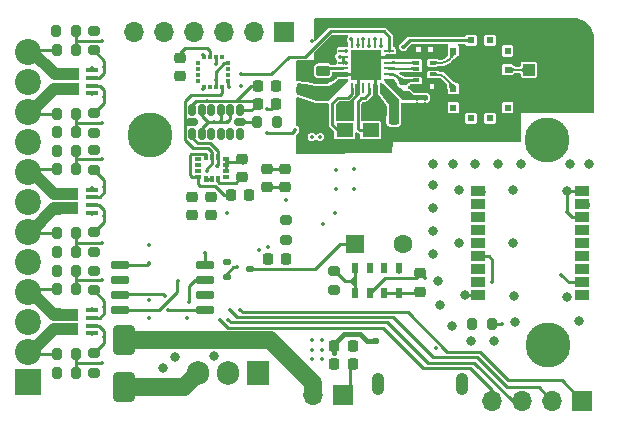
<source format=gbl>
G04 #@! TF.GenerationSoftware,KiCad,Pcbnew,8.0.1*
G04 #@! TF.CreationDate,2024-06-08T15:54:11-04:00*
G04 #@! TF.ProjectId,SAP Mk3.2,53415020-4d6b-4332-9e32-2e6b69636164,rev?*
G04 #@! TF.SameCoordinates,Original*
G04 #@! TF.FileFunction,Copper,L8,Bot*
G04 #@! TF.FilePolarity,Positive*
%FSLAX46Y46*%
G04 Gerber Fmt 4.6, Leading zero omitted, Abs format (unit mm)*
G04 Created by KiCad (PCBNEW 8.0.1) date 2024-06-08 15:54:11*
%MOMM*%
%LPD*%
G01*
G04 APERTURE LIST*
G04 Aperture macros list*
%AMRoundRect*
0 Rectangle with rounded corners*
0 $1 Rounding radius*
0 $2 $3 $4 $5 $6 $7 $8 $9 X,Y pos of 4 corners*
0 Add a 4 corners polygon primitive as box body*
4,1,4,$2,$3,$4,$5,$6,$7,$8,$9,$2,$3,0*
0 Add four circle primitives for the rounded corners*
1,1,$1+$1,$2,$3*
1,1,$1+$1,$4,$5*
1,1,$1+$1,$6,$7*
1,1,$1+$1,$8,$9*
0 Add four rect primitives between the rounded corners*
20,1,$1+$1,$2,$3,$4,$5,0*
20,1,$1+$1,$4,$5,$6,$7,0*
20,1,$1+$1,$6,$7,$8,$9,0*
20,1,$1+$1,$8,$9,$2,$3,0*%
G04 Aperture macros list end*
G04 #@! TA.AperFunction,SMDPad,CuDef*
%ADD10RoundRect,0.218750X-0.381250X0.218750X-0.381250X-0.218750X0.381250X-0.218750X0.381250X0.218750X0*%
G04 #@! TD*
G04 #@! TA.AperFunction,ComponentPad*
%ADD11R,2.200000X2.200000*%
G04 #@! TD*
G04 #@! TA.AperFunction,ComponentPad*
%ADD12C,2.200000*%
G04 #@! TD*
G04 #@! TA.AperFunction,ComponentPad*
%ADD13O,1.050000X1.900000*%
G04 #@! TD*
G04 #@! TA.AperFunction,ComponentPad*
%ADD14R,1.700000X1.700000*%
G04 #@! TD*
G04 #@! TA.AperFunction,ComponentPad*
%ADD15O,1.700000X1.700000*%
G04 #@! TD*
G04 #@! TA.AperFunction,ComponentPad*
%ADD16C,2.600000*%
G04 #@! TD*
G04 #@! TA.AperFunction,ConnectorPad*
%ADD17C,3.800000*%
G04 #@! TD*
G04 #@! TA.AperFunction,ComponentPad*
%ADD18R,1.600000X1.600000*%
G04 #@! TD*
G04 #@! TA.AperFunction,ComponentPad*
%ADD19C,1.600000*%
G04 #@! TD*
G04 #@! TA.AperFunction,ComponentPad*
%ADD20R,1.905000X2.000000*%
G04 #@! TD*
G04 #@! TA.AperFunction,ComponentPad*
%ADD21O,1.905000X2.000000*%
G04 #@! TD*
G04 #@! TA.AperFunction,SMDPad,CuDef*
%ADD22RoundRect,0.200000X-0.275000X0.200000X-0.275000X-0.200000X0.275000X-0.200000X0.275000X0.200000X0*%
G04 #@! TD*
G04 #@! TA.AperFunction,SMDPad,CuDef*
%ADD23RoundRect,0.225000X0.225000X0.250000X-0.225000X0.250000X-0.225000X-0.250000X0.225000X-0.250000X0*%
G04 #@! TD*
G04 #@! TA.AperFunction,SMDPad,CuDef*
%ADD24RoundRect,0.112500X0.237500X-0.112500X0.237500X0.112500X-0.237500X0.112500X-0.237500X-0.112500X0*%
G04 #@! TD*
G04 #@! TA.AperFunction,SMDPad,CuDef*
%ADD25RoundRect,0.100000X0.100000X-0.130000X0.100000X0.130000X-0.100000X0.130000X-0.100000X-0.130000X0*%
G04 #@! TD*
G04 #@! TA.AperFunction,SMDPad,CuDef*
%ADD26R,1.000000X1.000000*%
G04 #@! TD*
G04 #@! TA.AperFunction,SMDPad,CuDef*
%ADD27R,2.200000X1.050000*%
G04 #@! TD*
G04 #@! TA.AperFunction,SMDPad,CuDef*
%ADD28RoundRect,0.200000X-0.200000X-0.275000X0.200000X-0.275000X0.200000X0.275000X-0.200000X0.275000X0*%
G04 #@! TD*
G04 #@! TA.AperFunction,SMDPad,CuDef*
%ADD29RoundRect,0.225000X-0.225000X-0.250000X0.225000X-0.250000X0.225000X0.250000X-0.225000X0.250000X0*%
G04 #@! TD*
G04 #@! TA.AperFunction,SMDPad,CuDef*
%ADD30RoundRect,0.225000X0.250000X-0.225000X0.250000X0.225000X-0.250000X0.225000X-0.250000X-0.225000X0*%
G04 #@! TD*
G04 #@! TA.AperFunction,SMDPad,CuDef*
%ADD31R,0.550000X0.950000*%
G04 #@! TD*
G04 #@! TA.AperFunction,SMDPad,CuDef*
%ADD32R,0.990000X0.410000*%
G04 #@! TD*
G04 #@! TA.AperFunction,SMDPad,CuDef*
%ADD33R,1.725000X0.990000*%
G04 #@! TD*
G04 #@! TA.AperFunction,SMDPad,CuDef*
%ADD34R,0.760000X0.410000*%
G04 #@! TD*
G04 #@! TA.AperFunction,SMDPad,CuDef*
%ADD35RoundRect,0.200000X0.200000X0.275000X-0.200000X0.275000X-0.200000X-0.275000X0.200000X-0.275000X0*%
G04 #@! TD*
G04 #@! TA.AperFunction,SMDPad,CuDef*
%ADD36RoundRect,0.062500X0.062500X-0.350000X0.062500X0.350000X-0.062500X0.350000X-0.062500X-0.350000X0*%
G04 #@! TD*
G04 #@! TA.AperFunction,SMDPad,CuDef*
%ADD37RoundRect,0.062500X0.350000X-0.062500X0.350000X0.062500X-0.350000X0.062500X-0.350000X-0.062500X0*%
G04 #@! TD*
G04 #@! TA.AperFunction,HeatsinkPad*
%ADD38R,2.600000X2.600000*%
G04 #@! TD*
G04 #@! TA.AperFunction,SMDPad,CuDef*
%ADD39RoundRect,0.200000X0.275000X-0.200000X0.275000X0.200000X-0.275000X0.200000X-0.275000X-0.200000X0*%
G04 #@! TD*
G04 #@! TA.AperFunction,SMDPad,CuDef*
%ADD40RoundRect,0.250000X0.650000X-1.000000X0.650000X1.000000X-0.650000X1.000000X-0.650000X-1.000000X0*%
G04 #@! TD*
G04 #@! TA.AperFunction,SMDPad,CuDef*
%ADD41R,0.575000X0.350000*%
G04 #@! TD*
G04 #@! TA.AperFunction,SMDPad,CuDef*
%ADD42R,0.350000X0.575000*%
G04 #@! TD*
G04 #@! TA.AperFunction,SMDPad,CuDef*
%ADD43R,0.600000X0.600000*%
G04 #@! TD*
G04 #@! TA.AperFunction,SMDPad,CuDef*
%ADD44R,3.000000X5.000000*%
G04 #@! TD*
G04 #@! TA.AperFunction,SMDPad,CuDef*
%ADD45RoundRect,0.225000X-0.250000X0.225000X-0.250000X-0.225000X0.250000X-0.225000X0.250000X0.225000X0*%
G04 #@! TD*
G04 #@! TA.AperFunction,SMDPad,CuDef*
%ADD46RoundRect,0.147500X-0.172500X0.147500X-0.172500X-0.147500X0.172500X-0.147500X0.172500X0.147500X0*%
G04 #@! TD*
G04 #@! TA.AperFunction,SMDPad,CuDef*
%ADD47R,0.304800X0.457200*%
G04 #@! TD*
G04 #@! TA.AperFunction,SMDPad,CuDef*
%ADD48R,0.457200X0.304800*%
G04 #@! TD*
G04 #@! TA.AperFunction,SMDPad,CuDef*
%ADD49RoundRect,0.150000X0.650000X0.150000X-0.650000X0.150000X-0.650000X-0.150000X0.650000X-0.150000X0*%
G04 #@! TD*
G04 #@! TA.AperFunction,SMDPad,CuDef*
%ADD50R,1.295400X0.838200*%
G04 #@! TD*
G04 #@! TA.AperFunction,SMDPad,CuDef*
%ADD51RoundRect,0.150000X-0.150000X0.325000X-0.150000X-0.325000X0.150000X-0.325000X0.150000X0.325000X0*%
G04 #@! TD*
G04 #@! TA.AperFunction,SMDPad,CuDef*
%ADD52RoundRect,0.150000X-0.325000X0.150000X-0.325000X-0.150000X0.325000X-0.150000X0.325000X0.150000X0*%
G04 #@! TD*
G04 #@! TA.AperFunction,SMDPad,CuDef*
%ADD53R,1.400000X1.200000*%
G04 #@! TD*
G04 #@! TA.AperFunction,SMDPad,CuDef*
%ADD54R,0.600000X0.300000*%
G04 #@! TD*
G04 #@! TA.AperFunction,SMDPad,CuDef*
%ADD55R,0.300000X0.625000*%
G04 #@! TD*
G04 #@! TA.AperFunction,ViaPad*
%ADD56C,0.800000*%
G04 #@! TD*
G04 #@! TA.AperFunction,ViaPad*
%ADD57C,0.350000*%
G04 #@! TD*
G04 #@! TA.AperFunction,ViaPad*
%ADD58C,0.580000*%
G04 #@! TD*
G04 #@! TA.AperFunction,ViaPad*
%ADD59C,0.600000*%
G04 #@! TD*
G04 #@! TA.AperFunction,Conductor*
%ADD60C,0.250000*%
G04 #@! TD*
G04 #@! TA.AperFunction,Conductor*
%ADD61C,0.188000*%
G04 #@! TD*
G04 #@! TA.AperFunction,Conductor*
%ADD62C,0.500000*%
G04 #@! TD*
G04 #@! TA.AperFunction,Conductor*
%ADD63C,1.500000*%
G04 #@! TD*
G04 #@! TA.AperFunction,Conductor*
%ADD64C,1.000000*%
G04 #@! TD*
G04 #@! TA.AperFunction,Conductor*
%ADD65C,0.300000*%
G04 #@! TD*
G04 #@! TA.AperFunction,Conductor*
%ADD66C,0.750000*%
G04 #@! TD*
G04 #@! TA.AperFunction,Conductor*
%ADD67C,0.400000*%
G04 #@! TD*
G04 APERTURE END LIST*
D10*
X107000000Y-51187500D03*
X107000000Y-53312500D03*
D11*
X82000000Y-77520000D03*
D12*
X82000000Y-74980000D03*
X82000000Y-72440000D03*
X82000000Y-69900000D03*
X82000000Y-67360000D03*
X82000000Y-64820000D03*
X82000000Y-62280000D03*
X82000000Y-59740000D03*
X82000000Y-57200000D03*
X82000000Y-54660000D03*
X82000000Y-52120000D03*
X82000000Y-49580000D03*
D13*
X111650000Y-77700000D03*
X118800000Y-77700000D03*
D14*
X128950000Y-79150000D03*
D15*
X126410000Y-79150000D03*
X123870000Y-79150000D03*
X121330000Y-79150000D03*
D16*
X126000000Y-57050000D03*
D17*
X126000000Y-57050000D03*
D18*
X109750000Y-65900000D03*
D19*
X113750000Y-65900000D03*
D16*
X92350000Y-56600000D03*
D17*
X92350000Y-56600000D03*
D16*
X126050000Y-74400000D03*
D17*
X126050000Y-74400000D03*
D20*
X101540000Y-76755000D03*
D21*
X99000000Y-76755000D03*
X96460000Y-76755000D03*
D14*
X108725000Y-78650000D03*
D15*
X106185000Y-78650000D03*
D14*
X103690000Y-47950000D03*
D15*
X101150000Y-47950000D03*
X98610000Y-47950000D03*
X96070000Y-47950000D03*
X93530000Y-47950000D03*
X90990000Y-47950000D03*
D22*
X87600000Y-57925000D03*
X87600000Y-59575000D03*
D23*
X109500000Y-74500000D03*
X107950000Y-74500000D03*
D24*
X98850000Y-68650000D03*
X98850000Y-67350000D03*
X100850000Y-68000000D03*
D23*
X103875000Y-67100000D03*
X102325000Y-67100000D03*
D25*
X115674651Y-54127500D03*
X115674651Y-53487500D03*
D26*
X124429651Y-51112500D03*
D27*
X125929651Y-52587500D03*
D26*
X127429651Y-51112500D03*
D27*
X125929651Y-49637500D03*
D28*
X84450000Y-54850000D03*
X86100000Y-54850000D03*
D29*
X101475000Y-52463996D03*
X103025000Y-52463996D03*
D30*
X97500000Y-63425000D03*
X97500000Y-61875000D03*
D31*
X113450000Y-70050000D03*
X112200000Y-70050000D03*
X110950000Y-70050000D03*
X109700000Y-70050000D03*
X109700000Y-67900000D03*
X110950000Y-67900000D03*
X112200000Y-67900000D03*
X113450000Y-67900000D03*
D28*
X84450000Y-56400000D03*
X86100000Y-56400000D03*
X84450000Y-57950000D03*
X86100000Y-57950000D03*
D30*
X105250000Y-52790108D03*
X105250000Y-51240108D03*
D32*
X87442500Y-71452500D03*
X87442500Y-72112500D03*
X87442500Y-72772500D03*
X87442500Y-73432500D03*
D33*
X85450000Y-73050000D03*
D34*
X84457500Y-73432500D03*
X84457500Y-72772500D03*
D33*
X85450000Y-71835000D03*
D34*
X84457500Y-72112500D03*
X84457500Y-71452500D03*
D35*
X121275000Y-72650000D03*
X119625000Y-72650000D03*
D28*
X84450000Y-75200000D03*
X86100000Y-75200000D03*
D25*
X114924651Y-54132500D03*
X114924651Y-53492500D03*
D22*
X107950000Y-68150000D03*
X107950000Y-69800000D03*
D28*
X84450000Y-49400000D03*
X86100000Y-49400000D03*
D32*
X87442500Y-61252500D03*
X87442500Y-61912500D03*
X87442500Y-62572500D03*
X87442500Y-63232500D03*
D33*
X85450000Y-62850000D03*
D34*
X84457500Y-63232500D03*
X84457500Y-62572500D03*
D33*
X85450000Y-61635000D03*
D34*
X84457500Y-61912500D03*
X84457500Y-61252500D03*
D28*
X84450000Y-64950000D03*
X86100000Y-64950000D03*
D36*
X111924434Y-52687500D03*
X111424434Y-52687500D03*
X110924434Y-52687500D03*
X110424434Y-52687500D03*
X109924434Y-52687500D03*
X109424434Y-52687500D03*
D37*
X108736934Y-52000000D03*
X108736934Y-51500000D03*
X108736934Y-51000000D03*
X108736934Y-50500000D03*
X108736934Y-50000000D03*
X108736934Y-49500000D03*
D36*
X109424434Y-48812500D03*
X109924434Y-48812500D03*
X110424434Y-48812500D03*
X110924434Y-48812500D03*
X111424434Y-48812500D03*
X111924434Y-48812500D03*
D37*
X112611934Y-49500000D03*
X112611934Y-50000000D03*
X112611934Y-50500000D03*
X112611934Y-51000000D03*
X112611934Y-51500000D03*
X112611934Y-52000000D03*
D38*
X110674434Y-50750000D03*
D28*
X84450000Y-69700000D03*
X86100000Y-69700000D03*
D30*
X100150000Y-60225000D03*
X100150000Y-58675000D03*
D28*
X84450000Y-76750000D03*
X86100000Y-76750000D03*
D39*
X87600000Y-76775000D03*
X87600000Y-75125000D03*
D40*
X90150000Y-78000000D03*
X90150000Y-74000000D03*
D23*
X100750000Y-61750000D03*
X99200000Y-61750000D03*
D30*
X94900000Y-51650000D03*
X94900000Y-50100000D03*
D41*
X98762500Y-58700000D03*
X98762500Y-59200000D03*
X98762500Y-59700000D03*
X98762500Y-60200000D03*
D42*
X98100000Y-60362500D03*
X97600000Y-60362500D03*
X97100000Y-60362500D03*
D41*
X96437500Y-60200000D03*
X96437500Y-59700000D03*
X96437500Y-59200000D03*
X96437500Y-58700000D03*
D42*
X97100000Y-58537500D03*
X97600000Y-58537500D03*
X98100000Y-58537500D03*
D30*
X95950000Y-63425000D03*
X95950000Y-61875000D03*
D23*
X109500000Y-76050000D03*
X107950000Y-76050000D03*
X114554651Y-55312500D03*
X113004651Y-55312500D03*
D22*
X87600000Y-68125000D03*
X87600000Y-69775000D03*
D32*
X87450000Y-51130000D03*
X87450000Y-51790000D03*
X87450000Y-52450000D03*
X87450000Y-53110000D03*
D33*
X85457500Y-52727500D03*
D34*
X84465000Y-53110000D03*
X84465000Y-52450000D03*
D33*
X85457500Y-51512500D03*
D34*
X84465000Y-51790000D03*
X84465000Y-51130000D03*
D43*
X118029651Y-54312500D03*
X118029651Y-52712500D03*
X118029651Y-51112500D03*
X118029651Y-49512500D03*
X119529651Y-48612500D03*
X121129651Y-48612500D03*
X122629651Y-49512500D03*
X122629651Y-51112500D03*
X122629651Y-52712500D03*
X122629651Y-54312500D03*
X121129651Y-55212500D03*
X119529651Y-55212500D03*
D44*
X120329651Y-51912500D03*
D39*
X87600000Y-66525000D03*
X87600000Y-64875000D03*
D22*
X87600000Y-47825000D03*
X87600000Y-49475000D03*
D39*
X87600000Y-56425000D03*
X87600000Y-54775000D03*
D28*
X101425000Y-55550000D03*
X103075000Y-55550000D03*
X84425000Y-47850000D03*
X86075000Y-47850000D03*
X84450000Y-66500000D03*
X86100000Y-66500000D03*
X84450000Y-68150000D03*
X86100000Y-68150000D03*
D45*
X103800000Y-59475000D03*
X103800000Y-61025000D03*
X115250000Y-68350000D03*
X115250000Y-69900000D03*
D28*
X84450000Y-59500000D03*
X86100000Y-59500000D03*
D46*
X113796964Y-52177500D03*
X113796964Y-53147500D03*
D23*
X103025000Y-54000000D03*
X101475000Y-54000000D03*
D45*
X102250000Y-59475000D03*
X102250000Y-61025000D03*
D47*
X98450001Y-52600000D03*
X97950000Y-52600000D03*
X97450000Y-52600000D03*
X96949999Y-52600000D03*
D48*
X96425001Y-52075002D03*
X96425001Y-51575001D03*
X96425001Y-51075001D03*
X96425001Y-50575000D03*
D47*
X96949999Y-50050002D03*
X97450000Y-50050002D03*
X97950000Y-50050002D03*
X98450001Y-50050002D03*
D48*
X98974999Y-50575000D03*
X98974999Y-51075001D03*
X98974999Y-51575001D03*
X98974999Y-52075002D03*
D49*
X97000000Y-67640000D03*
X97000000Y-68910000D03*
X97000000Y-70180000D03*
X97000000Y-71450000D03*
X89800000Y-71450000D03*
X89800000Y-70180000D03*
X89800000Y-68910000D03*
X89800000Y-67640000D03*
D50*
X120143100Y-70199999D03*
X120143100Y-69100001D03*
X120143100Y-68000001D03*
X120143100Y-66900000D03*
X120143100Y-65800000D03*
X120143100Y-64700000D03*
X120143100Y-63599999D03*
X120143100Y-62499999D03*
X120143100Y-61399999D03*
X128956900Y-61400001D03*
X128956900Y-62499999D03*
X128956900Y-63599999D03*
X128956900Y-64700000D03*
X128956900Y-65800000D03*
X128956900Y-66900000D03*
X128956900Y-68000001D03*
X128956900Y-69100001D03*
X128956900Y-70200001D03*
D51*
X95950000Y-54550000D03*
X96750000Y-54550000D03*
X97550000Y-54550000D03*
X98350000Y-54550000D03*
X99150000Y-54550000D03*
X99950000Y-54550000D03*
D52*
X99950000Y-55550000D03*
D51*
X99950000Y-56550000D03*
X99150000Y-56550000D03*
X98350000Y-56550000D03*
X97550000Y-56550000D03*
X96750000Y-56550000D03*
X95950000Y-56550000D03*
D52*
X95950000Y-55550000D03*
D53*
X108839184Y-54615108D03*
X111039184Y-54615108D03*
X111039184Y-56215108D03*
X108839184Y-56215108D03*
D22*
X103850000Y-63850000D03*
X103850000Y-65500000D03*
D54*
X114887217Y-52012500D03*
X114887217Y-51512500D03*
X114887217Y-51012500D03*
X114887217Y-50512500D03*
D55*
X115587217Y-50200000D03*
D54*
X116287217Y-50512500D03*
X116287217Y-51012500D03*
X116287217Y-51512500D03*
X116287217Y-52012500D03*
D55*
X115587217Y-52325000D03*
D56*
X94500000Y-75400000D03*
D57*
X107950000Y-69800000D03*
D56*
X93450000Y-76350000D03*
D57*
X120550000Y-63650000D03*
X92300000Y-67500000D03*
X121150000Y-48600000D03*
X108950000Y-50500000D03*
X103800000Y-59475000D03*
X108100000Y-59600000D03*
X103250000Y-55850000D03*
X92300000Y-72100000D03*
X97150000Y-53750000D03*
X103850000Y-65500000D03*
X120550000Y-62500000D03*
X103875000Y-67100000D03*
X99950000Y-54550000D03*
X118050000Y-54300000D03*
X113000000Y-55350000D03*
X108400000Y-50000000D03*
X97950000Y-52000000D03*
X101450000Y-53700000D03*
X109600000Y-59550000D03*
X114950000Y-69650000D03*
D56*
X97800000Y-75350000D03*
D57*
X121150000Y-55200000D03*
X101450000Y-52450000D03*
X95500000Y-72100000D03*
X102250000Y-59475000D03*
X115500000Y-70150000D03*
X95950000Y-63425000D03*
X100200000Y-59950000D03*
X97500000Y-63425000D03*
X99250000Y-62050000D03*
X120600000Y-61450000D03*
D58*
X129350000Y-62532872D03*
D57*
X107950000Y-76050000D03*
X121350000Y-69050000D03*
X119625000Y-72650000D03*
X103900000Y-62100000D03*
X102350000Y-66100000D03*
X101550000Y-66400000D03*
X99100000Y-71450000D03*
X99000000Y-72300000D03*
X98300000Y-72300000D03*
X100000000Y-71450000D03*
X88500000Y-53400000D03*
X88500000Y-50900000D03*
X88500000Y-63500000D03*
X88500000Y-61000000D03*
X88500000Y-71200000D03*
X88500000Y-73700000D03*
X99750000Y-67850000D03*
X103850000Y-63850000D03*
X110929123Y-49079013D03*
X95650000Y-70800000D03*
X108100000Y-61225000D03*
X97150000Y-59700000D03*
X127150000Y-68450000D03*
X113450000Y-68250000D03*
X99050000Y-52550000D03*
X98000000Y-59300000D03*
X128956900Y-68000001D03*
X112200000Y-67650000D03*
X109600000Y-61250000D03*
X88250000Y-55600000D03*
X88250000Y-75950000D03*
X88250000Y-68950000D03*
X88250000Y-65750000D03*
X88250000Y-58700000D03*
X88250000Y-48650000D03*
X108950000Y-49500000D03*
X113800000Y-49150000D03*
X106050000Y-56800000D03*
X109400000Y-48550000D03*
X100050000Y-51500000D03*
X98900000Y-63200000D03*
X104650000Y-56200000D03*
X109924018Y-49052010D03*
X102300000Y-56500000D03*
X110428070Y-48535956D03*
X106750000Y-56800000D03*
X111427175Y-48544957D03*
X108000000Y-63200000D03*
X94700000Y-69000000D03*
X97000000Y-66650000D03*
X111943229Y-49094015D03*
X107000000Y-64200000D03*
X93650000Y-70250000D03*
D56*
X125700000Y-47150000D03*
X116300000Y-59100000D03*
D57*
X102300000Y-54450000D03*
D56*
X112050000Y-47150000D03*
D57*
X84400000Y-47850000D03*
X116279651Y-53562500D03*
X106950000Y-74000000D03*
X87800000Y-76800000D03*
D56*
X124000000Y-54350000D03*
D57*
X84450000Y-76700000D03*
X98850000Y-67350000D03*
X106050000Y-48650000D03*
D56*
X108150000Y-47150000D03*
D57*
X116237217Y-49912500D03*
D56*
X129550000Y-59100000D03*
X121500000Y-74050000D03*
D57*
X103050000Y-52450000D03*
X87450000Y-53200000D03*
X87450000Y-61150000D03*
D56*
X129450000Y-49700000D03*
X121850000Y-59100000D03*
X123750000Y-47150000D03*
X116300000Y-60900000D03*
D57*
X114237217Y-49912500D03*
D56*
X129150000Y-47950000D03*
D57*
X96850000Y-52700000D03*
X97750000Y-55550000D03*
D56*
X123250000Y-72500000D03*
D57*
X102325000Y-67100000D03*
X115587217Y-51612500D03*
D56*
X129450000Y-53600000D03*
D57*
X113537217Y-49912500D03*
X93850000Y-71450000D03*
D56*
X114000000Y-47150000D03*
D57*
X114937217Y-49912500D03*
D56*
X128700000Y-72400000D03*
D57*
X87600000Y-57950000D03*
D56*
X116300000Y-64800000D03*
X123150000Y-70300000D03*
D57*
X116750000Y-52012500D03*
X106050000Y-74800000D03*
X103800000Y-61025000D03*
X97500000Y-61875000D03*
X109500000Y-74200000D03*
X127650000Y-63150000D03*
X106950000Y-75600000D03*
D56*
X117892124Y-72830290D03*
X119900000Y-59100000D03*
X117900000Y-47150000D03*
D57*
X92300000Y-70600000D03*
D56*
X127650000Y-70350000D03*
X121800000Y-56800000D03*
X119000000Y-70199999D03*
X116300000Y-62850000D03*
X121800000Y-47150000D03*
D57*
X87650000Y-68100000D03*
X87450000Y-73500000D03*
X84450000Y-56400000D03*
D56*
X110100000Y-57700000D03*
D57*
X102850000Y-53800000D03*
X84450000Y-57950000D03*
X94900000Y-51650000D03*
X115637217Y-49662500D03*
X87450000Y-63300000D03*
D56*
X123100000Y-65800000D03*
D57*
X102250000Y-61025000D03*
D56*
X127950000Y-59100000D03*
D57*
X114329651Y-51512500D03*
D56*
X117900000Y-56800000D03*
X127650000Y-61350000D03*
X118500000Y-61300000D03*
X116750000Y-69000000D03*
D57*
X100200000Y-59000000D03*
X100050000Y-52500000D03*
D56*
X114000000Y-56800000D03*
D57*
X84450000Y-68150000D03*
X106050000Y-74000000D03*
D56*
X115950000Y-56800000D03*
X119500000Y-74050000D03*
D57*
X115587217Y-51012500D03*
X87450000Y-51000000D03*
D56*
X116948011Y-70992822D03*
D57*
X106050000Y-75600000D03*
D56*
X118550000Y-65800000D03*
D57*
X116550000Y-74700000D03*
D56*
X118050000Y-59100000D03*
X112150000Y-57750000D03*
D57*
X96800000Y-49900000D03*
X98850000Y-55550000D03*
X100800000Y-62050000D03*
X115679651Y-52862500D03*
X116579651Y-52912500D03*
D56*
X116300000Y-66750000D03*
X119850000Y-47150000D03*
X123800000Y-59100000D03*
D57*
X87650000Y-66500000D03*
X95950000Y-61875000D03*
D56*
X127650000Y-47150000D03*
D57*
X92300000Y-65950000D03*
D56*
X119850000Y-56800000D03*
D57*
X106950000Y-74800000D03*
X116937217Y-49912500D03*
X107750000Y-50500000D03*
X115600000Y-68750000D03*
X87600000Y-47800000D03*
X114950000Y-68750000D03*
D56*
X129450000Y-51650000D03*
D57*
X98300000Y-55550000D03*
D56*
X110100000Y-47150000D03*
D57*
X84450000Y-66500000D03*
X122125000Y-72650000D03*
X87600000Y-56450000D03*
X87450000Y-71400000D03*
X97150000Y-60450000D03*
D56*
X127750000Y-54350000D03*
X108150000Y-57700000D03*
X115950000Y-47150000D03*
D57*
X97950000Y-50600000D03*
X116887217Y-51062500D03*
D56*
X123100000Y-61300000D03*
D57*
X119550000Y-55200000D03*
X107950000Y-75100000D03*
D59*
X111500000Y-74100000D03*
D57*
X122650000Y-54300000D03*
D60*
X112152800Y-47852800D02*
X112611934Y-48311934D01*
X107647200Y-47852800D02*
X112152800Y-47852800D01*
X112611934Y-48311934D02*
X112611934Y-49500000D01*
X104100000Y-50000000D02*
X105500000Y-50000000D01*
X102600000Y-51500000D02*
X104100000Y-50000000D01*
X105500000Y-50000000D02*
X107647200Y-47852800D01*
X100050000Y-51500000D02*
X102600000Y-51500000D01*
X119000000Y-70199999D02*
X120143100Y-70199999D01*
X112705250Y-51500000D02*
G75*
G02*
X113412382Y-51792868I50J-1000000D01*
G01*
X112705250Y-51500000D02*
X112611934Y-51500000D01*
X113796964Y-52177500D02*
X113412357Y-51792893D01*
X113961964Y-52012500D02*
X113796964Y-52177500D01*
X114887217Y-52012500D02*
X113961964Y-52012500D01*
X108736934Y-51000000D02*
X107187500Y-51000000D01*
X107187500Y-51000000D02*
X107000000Y-51187500D01*
X95950000Y-54075001D02*
X96275001Y-53750000D01*
X95847200Y-58222200D02*
X95700000Y-58369400D01*
X99950000Y-54550000D02*
X100925000Y-54550000D01*
X98650000Y-61750000D02*
X99200000Y-61750000D01*
X99600000Y-53750000D02*
X101225000Y-53750000D01*
X102250000Y-59475000D02*
X103800000Y-59475000D01*
X98974999Y-50575000D02*
X98968597Y-50581402D01*
X97100000Y-58294400D02*
X97027800Y-58222200D01*
X108736934Y-50500000D02*
X108736934Y-50000000D01*
X97852800Y-60952800D02*
X98650000Y-61750000D01*
X95950000Y-54550000D02*
X95950000Y-54075001D01*
X95700000Y-58369400D02*
X95700000Y-60030600D01*
X92160000Y-67640000D02*
X92300000Y-67500000D01*
X95700000Y-60030600D02*
X95869400Y-60200000D01*
X101436004Y-52463996D02*
X100886004Y-52463996D01*
X100200000Y-59950000D02*
X100150000Y-60225000D01*
X112200000Y-70050000D02*
X115100000Y-70050000D01*
X100925000Y-54550000D02*
X101475000Y-54000000D01*
X96622200Y-60952800D02*
X97852800Y-60952800D01*
X96437500Y-60768100D02*
X96622200Y-60952800D01*
X101225000Y-53750000D02*
X101175000Y-53700000D01*
X98100000Y-60605600D02*
X98194400Y-60700000D01*
X101475000Y-52463996D02*
X101463996Y-52463996D01*
X96275001Y-53750000D02*
X97150000Y-53750000D01*
X98100000Y-60362500D02*
X98100000Y-60605600D01*
X97150000Y-53750000D02*
X99600000Y-53750000D01*
X98968597Y-50581402D02*
X98646007Y-50581402D01*
X97027800Y-58222200D02*
X95847200Y-58222200D01*
X95869400Y-60200000D02*
X96437500Y-60200000D01*
X97100000Y-58537500D02*
X97100000Y-58294400D01*
X101450000Y-53700000D02*
X101450000Y-53975000D01*
X97950000Y-52600000D02*
X97950000Y-52000000D01*
X97950000Y-51277409D02*
X97950000Y-52000000D01*
X99675000Y-60700000D02*
X100200000Y-59950000D01*
X100886004Y-52463996D02*
X99600000Y-53750000D01*
X115100000Y-70050000D02*
X115250000Y-69900000D01*
X101450000Y-53975000D02*
X101475000Y-54000000D01*
X101175000Y-53700000D02*
X101450000Y-53700000D01*
X98646007Y-50581402D02*
X97950000Y-51277409D01*
X101450000Y-52450000D02*
X101436004Y-52463996D01*
X96437500Y-60200000D02*
X96437500Y-60768100D01*
X98194400Y-60700000D02*
X99675000Y-60700000D01*
X101463996Y-52463996D02*
X101450000Y-52450000D01*
X89800000Y-67640000D02*
X92160000Y-67640000D01*
X103850000Y-67075000D02*
X103875000Y-67100000D01*
D61*
X122879651Y-51112500D02*
X124429651Y-51112500D01*
D62*
X123979651Y-51112500D02*
X124229651Y-51112500D01*
D60*
X97450000Y-49563403D02*
X97186597Y-49300000D01*
X97450000Y-50050002D02*
X97450000Y-49563403D01*
X97186597Y-49300000D02*
X95300000Y-49300000D01*
X94900000Y-49700000D02*
X94900000Y-50100000D01*
X95300000Y-49300000D02*
X94900000Y-49700000D01*
X121350000Y-67209200D02*
X121040800Y-66900000D01*
X121350000Y-69050000D02*
X121350000Y-67209200D01*
X121040800Y-66900000D02*
X120143100Y-66900000D01*
D63*
X90150000Y-74000000D02*
X102550000Y-74000000D01*
X102550000Y-74000000D02*
X106185000Y-77635000D01*
X106185000Y-77635000D02*
X106185000Y-78650000D01*
D61*
X118029651Y-49862500D02*
X118029651Y-49512500D01*
X117644344Y-50247807D02*
X118029651Y-49862500D01*
X116287217Y-50512500D02*
X116315417Y-50540700D01*
X116315417Y-50540700D02*
X116937237Y-50540700D01*
X117644344Y-50247807D02*
G75*
G02*
X116937237Y-50540726I-707144J707107D01*
G01*
X114887217Y-51012500D02*
X112624434Y-51012500D01*
X118029651Y-52479651D02*
X118029651Y-52712500D01*
X117355393Y-51805393D02*
X118029651Y-52479651D01*
X116287217Y-51512500D02*
X116648286Y-51512500D01*
X117355393Y-51805393D02*
G75*
G03*
X116648286Y-51512510I-707093J-707107D01*
G01*
X114887217Y-50512500D02*
X112624434Y-50512500D01*
D60*
X84450000Y-54850000D02*
X82190000Y-54850000D01*
D64*
X84252500Y-52727500D02*
X82320000Y-54660000D01*
D60*
X82190000Y-54850000D02*
X82000000Y-54660000D01*
D64*
X85457500Y-52727500D02*
X84252500Y-52727500D01*
X82320000Y-54660000D02*
X82000000Y-54660000D01*
D60*
X84450000Y-64950000D02*
X82130000Y-64950000D01*
D64*
X85450000Y-62850000D02*
X84250000Y-62850000D01*
X84250000Y-62850000D02*
X82280000Y-64820000D01*
X82280000Y-64820000D02*
X82000000Y-64820000D01*
D60*
X82130000Y-64950000D02*
X82000000Y-64820000D01*
X82200000Y-69700000D02*
X82000000Y-69900000D01*
X84450000Y-69700000D02*
X82200000Y-69700000D01*
D64*
X85450000Y-71835000D02*
X84235000Y-71835000D01*
X84235000Y-71835000D02*
X82300000Y-69900000D01*
X82300000Y-69900000D02*
X82000000Y-69900000D01*
D60*
X84450000Y-49400000D02*
X84450000Y-49450000D01*
X84450000Y-49400000D02*
X82180000Y-49400000D01*
D64*
X82390000Y-49580000D02*
X82000000Y-49580000D01*
D60*
X82180000Y-49400000D02*
X82000000Y-49580000D01*
D64*
X85457500Y-51512500D02*
X84322500Y-51512500D01*
X84322500Y-51512500D02*
X82390000Y-49580000D01*
X84250000Y-73050000D02*
X82320000Y-74980000D01*
D60*
X84450000Y-75200000D02*
X82220000Y-75200000D01*
D64*
X82320000Y-74980000D02*
X82000000Y-74980000D01*
D60*
X82220000Y-75200000D02*
X82000000Y-74980000D01*
D64*
X85450000Y-73050000D02*
X84250000Y-73050000D01*
X82340000Y-59740000D02*
X82000000Y-59740000D01*
D60*
X84450000Y-59500000D02*
X82240000Y-59500000D01*
X82240000Y-59500000D02*
X82000000Y-59740000D01*
D64*
X85450000Y-61635000D02*
X84235000Y-61635000D01*
X84235000Y-61635000D02*
X82340000Y-59740000D01*
D60*
X122597200Y-77997200D02*
X120072200Y-75472200D01*
X116322200Y-75472200D02*
X112922200Y-72072200D01*
X126410000Y-79150000D02*
X125257200Y-77997200D01*
X112922200Y-72072200D02*
X99722200Y-72072200D01*
X120072200Y-75472200D02*
X116322200Y-75472200D01*
X99722200Y-72072200D02*
X99100000Y-71450000D01*
X125257200Y-77997200D02*
X122597200Y-77997200D01*
X119800000Y-75900000D02*
X123050000Y-79150000D01*
X99000000Y-72300000D02*
X99200000Y-72500000D01*
X99200000Y-72500000D02*
X112450000Y-72500000D01*
X123050000Y-79150000D02*
X123870000Y-79150000D01*
X112450000Y-72500000D02*
X115850000Y-75900000D01*
X115850000Y-75900000D02*
X119800000Y-75900000D01*
X119450000Y-76350000D02*
X121330000Y-78230000D01*
X98947200Y-72947200D02*
X112047200Y-72947200D01*
X112047200Y-72947200D02*
X115450000Y-76350000D01*
X121330000Y-78230000D02*
X121330000Y-79150000D01*
X115450000Y-76350000D02*
X119450000Y-76350000D01*
X98300000Y-72300000D02*
X98947200Y-72947200D01*
X117527409Y-75000000D02*
X114171809Y-71644400D01*
X122700000Y-77400000D02*
X120300000Y-75000000D01*
X127200000Y-77400000D02*
X128950000Y-79150000D01*
X114171809Y-71644400D02*
X100194400Y-71644400D01*
X120300000Y-75000000D02*
X117527409Y-75000000D01*
X122700000Y-77400000D02*
X127200000Y-77400000D01*
X100194400Y-71644400D02*
X100000000Y-71450000D01*
X108400000Y-65900000D02*
X109750000Y-65900000D01*
X100850000Y-68000000D02*
X106300000Y-68000000D01*
X106300000Y-68000000D02*
X108400000Y-65900000D01*
X88500000Y-52850000D02*
X88500000Y-53400000D01*
X88100000Y-52450000D02*
X88500000Y-52850000D01*
X88500000Y-53400000D02*
X88500000Y-53900000D01*
X87625000Y-54775000D02*
X87600000Y-54775000D01*
X88500000Y-53900000D02*
X87625000Y-54775000D01*
X87450000Y-52450000D02*
X88100000Y-52450000D01*
X88500000Y-50900000D02*
X88500000Y-50375000D01*
X87450000Y-51790000D02*
X88060000Y-51790000D01*
X88500000Y-50375000D02*
X87600000Y-49475000D01*
X88060000Y-51790000D02*
X88500000Y-51350000D01*
X88500000Y-51350000D02*
X88500000Y-50900000D01*
X88500000Y-63500000D02*
X88500000Y-63975000D01*
X88072500Y-62572500D02*
X88500000Y-63000000D01*
X88500000Y-63975000D02*
X87600000Y-64875000D01*
X87442500Y-62572500D02*
X88072500Y-62572500D01*
X88500000Y-63000000D02*
X88500000Y-63500000D01*
X87600000Y-59575000D02*
X88500000Y-60475000D01*
X88500000Y-61000000D02*
X88500000Y-61500000D01*
X88500000Y-60475000D02*
X88500000Y-61000000D01*
X88500000Y-61500000D02*
X88087500Y-61912500D01*
X88087500Y-61912500D02*
X87442500Y-61912500D01*
X88500000Y-71200000D02*
X88500000Y-71700000D01*
X87600000Y-69775000D02*
X87625000Y-69775000D01*
X87625000Y-69775000D02*
X88500000Y-70650000D01*
X88500000Y-71700000D02*
X88087500Y-72112500D01*
X88087500Y-72112500D02*
X87442500Y-72112500D01*
X88500000Y-70650000D02*
X88500000Y-71200000D01*
X88500000Y-73200000D02*
X88500000Y-73700000D01*
X87442500Y-72772500D02*
X88072500Y-72772500D01*
X88500000Y-74225000D02*
X87600000Y-75125000D01*
X88500000Y-73700000D02*
X88500000Y-74225000D01*
X88072500Y-72772500D02*
X88500000Y-73200000D01*
X99750000Y-67850000D02*
X99400000Y-67850000D01*
X99400000Y-67850000D02*
X98850000Y-68400000D01*
X98850000Y-68400000D02*
X98850000Y-68650000D01*
X101425000Y-55550000D02*
X99950000Y-55550000D01*
X109700000Y-67900000D02*
X109700000Y-68650000D01*
X109700000Y-68650000D02*
X109700000Y-69000000D01*
X109700000Y-69000000D02*
X109700000Y-69350000D01*
X108000000Y-68150000D02*
X107950000Y-68150000D01*
X108850000Y-69000000D02*
X108000000Y-68150000D01*
X109700000Y-69350000D02*
X109700000Y-70050000D01*
X109350000Y-69000000D02*
X108850000Y-69000000D01*
X109700000Y-69000000D02*
X109350000Y-69000000D01*
X109700000Y-69350000D02*
X109350000Y-69000000D01*
X109700000Y-68650000D02*
X109350000Y-69000000D01*
X95650000Y-70800000D02*
X95650000Y-69460001D01*
X96200001Y-68910000D02*
X97000000Y-68910000D01*
X95650000Y-69460001D02*
X96200001Y-68910000D01*
X97281200Y-57755600D02*
X96036088Y-57755600D01*
X95840244Y-53250000D02*
X98286600Y-53250000D01*
X127800001Y-69100001D02*
X128956900Y-69100001D01*
X95325000Y-55399999D02*
X95300000Y-55374999D01*
X95300000Y-55800000D02*
X95550000Y-55550000D01*
X97150000Y-59700000D02*
X97150000Y-59472591D01*
X95475001Y-55550000D02*
X95300000Y-55374999D01*
X98450001Y-53086599D02*
X98450001Y-52600000D01*
X95300000Y-55800000D02*
X95325000Y-55775000D01*
X95300000Y-53790244D02*
X95840244Y-53250000D01*
X95300000Y-55374999D02*
X95300000Y-53790244D01*
X95325000Y-55775000D02*
X95325000Y-55399999D01*
X98286600Y-53250000D02*
X98450001Y-53086599D01*
X97600000Y-58074400D02*
X97281200Y-57755600D01*
X96036088Y-57755600D02*
X95300000Y-57019512D01*
X97600000Y-58537500D02*
X97600000Y-58074400D01*
X95550000Y-55550000D02*
X95950000Y-55550000D01*
X97150000Y-59472591D02*
X97600000Y-59022591D01*
X97600000Y-59022591D02*
X97600000Y-58537500D01*
X95950000Y-55550000D02*
X95475001Y-55550000D01*
X95300000Y-57019512D02*
X95300000Y-55800000D01*
X127150000Y-68450000D02*
X127800001Y-69100001D01*
X98100000Y-58537500D02*
X98100000Y-57969400D01*
X98974999Y-52474999D02*
X99050000Y-52550000D01*
X95950000Y-56869512D02*
X95950000Y-56550000D01*
X96408288Y-57327800D02*
X95950000Y-56869512D01*
X97458400Y-57327800D02*
X96408288Y-57327800D01*
X98974999Y-52075002D02*
X98974999Y-52474999D01*
X98100000Y-59200000D02*
X98100000Y-58537500D01*
X98100000Y-57969400D02*
X97458400Y-57327800D01*
X98000000Y-59300000D02*
X98100000Y-59200000D01*
X86100000Y-55600000D02*
X86100000Y-56400000D01*
X86100000Y-54850000D02*
X86100000Y-55600000D01*
X86100000Y-55600000D02*
X88250000Y-55600000D01*
X86100000Y-75950000D02*
X86100000Y-76750000D01*
X86100000Y-75200000D02*
X86100000Y-75950000D01*
X86100000Y-75950000D02*
X88250000Y-75950000D01*
X86100000Y-68950000D02*
X86100000Y-68150000D01*
X86100000Y-69700000D02*
X86100000Y-68950000D01*
X86100000Y-68950000D02*
X88250000Y-68950000D01*
X86100000Y-65750000D02*
X86100000Y-66500000D01*
X86100000Y-64950000D02*
X86100000Y-65750000D01*
X86100000Y-65750000D02*
X88250000Y-65750000D01*
X86100000Y-57950000D02*
X86100000Y-58700000D01*
X86100000Y-58700000D02*
X86100000Y-59500000D01*
X86100000Y-58700000D02*
X88250000Y-58700000D01*
X86100000Y-48650000D02*
X86100000Y-47875000D01*
X86100000Y-47875000D02*
X86075000Y-47850000D01*
X86100000Y-48650000D02*
X88250000Y-48650000D01*
X86100000Y-49400000D02*
X86100000Y-48650000D01*
X119529651Y-48612500D02*
X114337500Y-48612500D01*
X114337500Y-48612500D02*
X113800000Y-49150000D01*
X104350000Y-56500000D02*
X102300000Y-56500000D01*
X104650000Y-56200000D02*
X104350000Y-56500000D01*
X93127409Y-71450000D02*
X89800000Y-71450000D01*
X94650000Y-69050000D02*
X94650000Y-69927409D01*
X94650000Y-69927409D02*
X93127409Y-71450000D01*
X94700000Y-69000000D02*
X94650000Y-69050000D01*
X97000000Y-66650000D02*
X97000000Y-67640000D01*
X89859000Y-70121000D02*
X89800000Y-70180000D01*
X93650000Y-70250000D02*
X93521000Y-70121000D01*
X93521000Y-70121000D02*
X89859000Y-70121000D01*
X108839184Y-56215108D02*
X108239184Y-56215108D01*
X108239184Y-56215108D02*
X107789184Y-55765108D01*
X108239184Y-53465108D02*
X109134892Y-53465108D01*
X109424434Y-53175566D02*
X109424434Y-52687500D01*
X109134892Y-53465108D02*
X109424434Y-53175566D01*
X107789184Y-55765108D02*
X107789184Y-53915108D01*
X107789184Y-53915108D02*
X108239184Y-53465108D01*
X111039184Y-56215108D02*
X110089184Y-56215108D01*
X110233584Y-53515108D02*
X110527670Y-53515108D01*
X110089184Y-56215108D02*
X109939184Y-56065108D01*
X109939184Y-56065108D02*
X109939184Y-53809508D01*
X110527670Y-53515108D02*
X110924434Y-53118344D01*
X109939184Y-53809508D02*
X110233584Y-53515108D01*
X110924434Y-53118344D02*
X110924434Y-52687500D01*
X120329651Y-51912500D02*
X119529651Y-51112500D01*
X96750000Y-56075001D02*
X96750000Y-56550000D01*
X128956900Y-63599999D02*
X128059200Y-63599999D01*
X98350000Y-54550000D02*
X98350000Y-55500000D01*
X111424434Y-50000000D02*
X110674434Y-50750000D01*
X97150000Y-60450000D02*
X97237500Y-60362500D01*
D65*
X116287217Y-51012500D02*
X116837217Y-51012500D01*
D60*
X100150000Y-58950000D02*
X100200000Y-59000000D01*
X111424434Y-52687500D02*
X111424434Y-51500000D01*
X97750000Y-55550000D02*
X98850000Y-55550000D01*
X109500000Y-76050000D02*
X109300000Y-76250000D01*
X109300000Y-76250000D02*
X109300000Y-78075000D01*
X128956900Y-61400001D02*
X127700001Y-61400001D01*
X109300000Y-78075000D02*
X108725000Y-78650000D01*
X114850000Y-68750000D02*
X114950000Y-68750000D01*
X97275001Y-55550000D02*
X96750000Y-56075001D01*
D65*
X116837217Y-51012500D02*
X116887217Y-51062500D01*
D60*
X97000000Y-71450000D02*
X93850000Y-71450000D01*
X127650000Y-63190799D02*
X127650000Y-63150000D01*
X96750000Y-54550000D02*
X96750000Y-55024999D01*
X97950000Y-50050002D02*
X97950000Y-50600000D01*
X127700001Y-61400001D02*
X127650000Y-61350000D01*
X98762500Y-58950000D02*
X98762500Y-59200000D01*
X112611934Y-50000000D02*
X111424434Y-50000000D01*
X98762500Y-58950000D02*
X100150000Y-58950000D01*
X112271000Y-68729000D02*
X114871000Y-68729000D01*
X110950000Y-70050000D02*
X112271000Y-68729000D01*
X109924434Y-51500000D02*
X110674434Y-50750000D01*
X97275001Y-55550000D02*
X97750000Y-55550000D01*
X98350000Y-55500000D02*
X98300000Y-55550000D01*
X98762500Y-58700000D02*
X98762500Y-58950000D01*
X114871000Y-68729000D02*
X114850000Y-68750000D01*
X114950000Y-68650000D02*
X115250000Y-68350000D01*
X96750000Y-55024999D02*
X97275001Y-55550000D01*
D66*
X122629651Y-52712500D02*
X121129651Y-52712500D01*
D60*
X99150000Y-55250000D02*
X98850000Y-55550000D01*
X114950000Y-68750000D02*
X114950000Y-68650000D01*
X97100000Y-60362500D02*
X97150000Y-60450000D01*
X109924434Y-52687500D02*
X109924434Y-51500000D01*
X103800000Y-61025000D02*
X102250000Y-61025000D01*
D66*
X119529651Y-51112500D02*
X118029651Y-51112500D01*
D60*
X127650000Y-63150000D02*
X127650000Y-61350000D01*
X121275000Y-72650000D02*
X122125000Y-72650000D01*
X102300000Y-54450000D02*
X102575000Y-54450000D01*
X97237500Y-60362500D02*
X97600000Y-60362500D01*
X108736934Y-51500000D02*
X109924434Y-51500000D01*
X99150000Y-54550000D02*
X99150000Y-55250000D01*
X128059200Y-63599999D02*
X127650000Y-63190799D01*
X98762500Y-59700000D02*
X98762500Y-59200000D01*
X102575000Y-54450000D02*
X103025000Y-54000000D01*
D65*
X116287217Y-52012500D02*
X116750000Y-52012500D01*
D60*
X111424434Y-51500000D02*
X110674434Y-50750000D01*
D67*
X108750000Y-73500000D02*
X110100000Y-73500000D01*
X107950000Y-74300000D02*
X108750000Y-73500000D01*
X110700000Y-74100000D02*
X111500000Y-74100000D01*
X107950000Y-75100000D02*
X107950000Y-74500000D01*
X107950000Y-74500000D02*
X107950000Y-74300000D01*
X110100000Y-73500000D02*
X110700000Y-74100000D01*
D63*
X95215000Y-78000000D02*
X90150000Y-78000000D01*
X96460000Y-76755000D02*
X95215000Y-78000000D01*
G04 #@! TA.AperFunction,Conductor*
G36*
X113039866Y-51981407D02*
G01*
X113059377Y-52000153D01*
X113125304Y-52083661D01*
X113275992Y-52274533D01*
X113291027Y-52301230D01*
X113292403Y-52304913D01*
X113298664Y-52339557D01*
X113298664Y-52363169D01*
X113298665Y-52363180D01*
X113304910Y-52410621D01*
X113304910Y-52410622D01*
X113304911Y-52410624D01*
X113353467Y-52514754D01*
X113434710Y-52595997D01*
X113538840Y-52644553D01*
X113538847Y-52644553D01*
X113546107Y-52646670D01*
X113545125Y-52650039D01*
X113586851Y-52669930D01*
X113596424Y-52680413D01*
X113779651Y-52912500D01*
X114288643Y-52912500D01*
X114346834Y-52931407D01*
X114358646Y-52941496D01*
X114679650Y-53262499D01*
X114679651Y-53262500D01*
X115780651Y-53262500D01*
X115838842Y-53281407D01*
X115874806Y-53330907D01*
X115879651Y-53361500D01*
X115879651Y-53613500D01*
X115860744Y-53671691D01*
X115811244Y-53707655D01*
X115780651Y-53712500D01*
X113773278Y-53712500D01*
X113715087Y-53693593D01*
X113700213Y-53680302D01*
X112998222Y-52912500D01*
X112281240Y-52128301D01*
X112255930Y-52072598D01*
X112268195Y-52012654D01*
X112313352Y-51971368D01*
X112354306Y-51962500D01*
X112981675Y-51962500D01*
X113039866Y-51981407D01*
G37*
G04 #@! TD.AperFunction*
G04 #@! TA.AperFunction,Conductor*
G36*
X112144670Y-52331407D02*
G01*
X112159026Y-52344135D01*
X113403198Y-53684012D01*
X113428938Y-53739520D01*
X113429651Y-53751377D01*
X113429651Y-55213500D01*
X113410744Y-55271691D01*
X113361244Y-55307655D01*
X113330651Y-55312500D01*
X112678651Y-55312500D01*
X112620460Y-55293593D01*
X112584496Y-55244093D01*
X112579651Y-55213500D01*
X112579651Y-54062502D01*
X112579651Y-54062500D01*
X111849451Y-53088900D01*
X111829662Y-53031003D01*
X111829651Y-53029500D01*
X111829651Y-52411500D01*
X111848558Y-52353309D01*
X111898058Y-52317345D01*
X111928651Y-52312500D01*
X112086479Y-52312500D01*
X112144670Y-52331407D01*
G37*
G04 #@! TD.AperFunction*
G04 #@! TA.AperFunction,Conductor*
G36*
X128253523Y-46750751D02*
G01*
X128484806Y-46767293D01*
X128498787Y-46769304D01*
X128721881Y-46817836D01*
X128735433Y-46821815D01*
X128872649Y-46872992D01*
X128949366Y-46901606D01*
X128962205Y-46907469D01*
X129162607Y-47016898D01*
X129174483Y-47024530D01*
X129251842Y-47082440D01*
X129357263Y-47161357D01*
X129367939Y-47170607D01*
X129529392Y-47332060D01*
X129538642Y-47342736D01*
X129675467Y-47525513D01*
X129683103Y-47537395D01*
X129792526Y-47737786D01*
X129798394Y-47750636D01*
X129878184Y-47964566D01*
X129882163Y-47978118D01*
X129930695Y-48201212D01*
X129932706Y-48215193D01*
X129949248Y-48446475D01*
X129949500Y-48453538D01*
X129949500Y-54701000D01*
X129930593Y-54759191D01*
X129881093Y-54795155D01*
X129850500Y-54800000D01*
X123800000Y-54800000D01*
X123800000Y-54800001D01*
X123800000Y-57151000D01*
X123781093Y-57209191D01*
X123731593Y-57245155D01*
X123701000Y-57250000D01*
X112899999Y-57250000D01*
X112854906Y-58106781D01*
X112832967Y-58163898D01*
X112781645Y-58197210D01*
X112756654Y-58200576D01*
X104849409Y-58249386D01*
X104791103Y-58230838D01*
X104754834Y-58181561D01*
X104749798Y-58150589D01*
X104749709Y-58106781D01*
X104747057Y-56800001D01*
X105691081Y-56800001D01*
X105696255Y-56832668D01*
X105708648Y-56910912D01*
X105759628Y-57010967D01*
X105839033Y-57090372D01*
X105939088Y-57141352D01*
X106034834Y-57156516D01*
X106049999Y-57158919D01*
X106050000Y-57158919D01*
X106050001Y-57158919D01*
X106063341Y-57156805D01*
X106160912Y-57141352D01*
X106260967Y-57090372D01*
X106329998Y-57021340D01*
X106384513Y-56993565D01*
X106444945Y-57003136D01*
X106470000Y-57021339D01*
X106539033Y-57090372D01*
X106639088Y-57141352D01*
X106734834Y-57156516D01*
X106749999Y-57158919D01*
X106750000Y-57158919D01*
X106750001Y-57158919D01*
X106763341Y-57156805D01*
X106860912Y-57141352D01*
X106960967Y-57090372D01*
X107040372Y-57010967D01*
X107091352Y-56910912D01*
X107108919Y-56800000D01*
X107091352Y-56689088D01*
X107040372Y-56589033D01*
X106960967Y-56509628D01*
X106960964Y-56509626D01*
X106912879Y-56485126D01*
X106860912Y-56458648D01*
X106805456Y-56449864D01*
X106750001Y-56441081D01*
X106749999Y-56441081D01*
X106639088Y-56458648D01*
X106539035Y-56509626D01*
X106539033Y-56509627D01*
X106539033Y-56509628D01*
X106470001Y-56578659D01*
X106415487Y-56606435D01*
X106355055Y-56596864D01*
X106329999Y-56578660D01*
X106260967Y-56509628D01*
X106260964Y-56509626D01*
X106212879Y-56485126D01*
X106160912Y-56458648D01*
X106105456Y-56449864D01*
X106050001Y-56441081D01*
X106049999Y-56441081D01*
X105939088Y-56458648D01*
X105839035Y-56509626D01*
X105759626Y-56589035D01*
X105708648Y-56689088D01*
X105691081Y-56799998D01*
X105691081Y-56800001D01*
X104747057Y-56800001D01*
X104746670Y-56609474D01*
X104765459Y-56551248D01*
X104800726Y-56521066D01*
X104860963Y-56490374D01*
X104860962Y-56490374D01*
X104860967Y-56490372D01*
X104940372Y-56410967D01*
X104991352Y-56310912D01*
X105008919Y-56200000D01*
X105008396Y-56196700D01*
X105004692Y-56173316D01*
X104991352Y-56089088D01*
X104940372Y-55989033D01*
X104860967Y-55909628D01*
X104860964Y-55909626D01*
X104799062Y-55878086D01*
X104755798Y-55834821D01*
X104745008Y-55790081D01*
X104740860Y-53746014D01*
X104740860Y-53512809D01*
X104759767Y-53454618D01*
X104809267Y-53418654D01*
X104870157Y-53418560D01*
X106429121Y-53919753D01*
X106429127Y-53919754D01*
X106429132Y-53919756D01*
X106441555Y-53922707D01*
X106456828Y-53926336D01*
X106487128Y-53931087D01*
X106515522Y-53933300D01*
X106515529Y-53933300D01*
X107386884Y-53933300D01*
X107445075Y-53952207D01*
X107481039Y-54001707D01*
X107485884Y-54032300D01*
X107485884Y-55805040D01*
X107500558Y-55859801D01*
X107505458Y-55878086D01*
X107506554Y-55882177D01*
X107546484Y-55951339D01*
X107546486Y-55951341D01*
X107931888Y-56336744D01*
X107959665Y-56391260D01*
X107960884Y-56406747D01*
X107960884Y-56832664D01*
X107960885Y-56832674D01*
X107971228Y-56884675D01*
X107971229Y-56884678D01*
X108010368Y-56943253D01*
X108010637Y-56943655D01*
X108030296Y-56956791D01*
X108069611Y-56983061D01*
X108069612Y-56983061D01*
X108069615Y-56983063D01*
X108121623Y-56993408D01*
X109556744Y-56993407D01*
X109556748Y-56993406D01*
X109556750Y-56993406D01*
X109573757Y-56990023D01*
X109608753Y-56983063D01*
X109667731Y-56943655D01*
X109707139Y-56884677D01*
X109717484Y-56832669D01*
X109717483Y-56511343D01*
X109736390Y-56453155D01*
X109785890Y-56417190D01*
X109847075Y-56417190D01*
X109886484Y-56441339D01*
X109902953Y-56457808D01*
X109972115Y-56497738D01*
X109972117Y-56497738D01*
X109972118Y-56497739D01*
X110010684Y-56508073D01*
X110049251Y-56518407D01*
X110049253Y-56518408D01*
X110049254Y-56518408D01*
X110061885Y-56518408D01*
X110120076Y-56537315D01*
X110156040Y-56586815D01*
X110160885Y-56617408D01*
X110160885Y-56832674D01*
X110171228Y-56884675D01*
X110171229Y-56884678D01*
X110210368Y-56943253D01*
X110210637Y-56943655D01*
X110230296Y-56956791D01*
X110269611Y-56983061D01*
X110269612Y-56983061D01*
X110269615Y-56983063D01*
X110321623Y-56993408D01*
X111756744Y-56993407D01*
X111756748Y-56993406D01*
X111756750Y-56993406D01*
X111773757Y-56990023D01*
X111808753Y-56983063D01*
X111867731Y-56943655D01*
X111907139Y-56884677D01*
X111917484Y-56832669D01*
X111917483Y-55597548D01*
X111916825Y-55594241D01*
X111907139Y-55545540D01*
X111907138Y-55545537D01*
X111867732Y-55486563D01*
X111867731Y-55486561D01*
X111867462Y-55486381D01*
X111808756Y-55447154D01*
X111808753Y-55447153D01*
X111808751Y-55447152D01*
X111808749Y-55447152D01*
X111756754Y-55436809D01*
X111756746Y-55436808D01*
X111756745Y-55436808D01*
X111756744Y-55436808D01*
X110341484Y-55436808D01*
X110283293Y-55417901D01*
X110247329Y-55368401D01*
X110242484Y-55337808D01*
X110242484Y-53976147D01*
X110261391Y-53917956D01*
X110271480Y-53906143D01*
X110330219Y-53847404D01*
X110384736Y-53819627D01*
X110400223Y-53818408D01*
X110567601Y-53818408D01*
X110567601Y-53818407D01*
X110644739Y-53797738D01*
X110679791Y-53777501D01*
X110693513Y-53769579D01*
X110693514Y-53769578D01*
X110713901Y-53757808D01*
X111167134Y-53304575D01*
X111207064Y-53235413D01*
X111213577Y-53211107D01*
X111227734Y-53158274D01*
X111227734Y-52647570D01*
X111227734Y-52639596D01*
X111227733Y-52639582D01*
X111227733Y-52411500D01*
X111246640Y-52353309D01*
X111296140Y-52317345D01*
X111326733Y-52312500D01*
X111522134Y-52312500D01*
X111580325Y-52331407D01*
X111616289Y-52380907D01*
X111621134Y-52411500D01*
X111621134Y-53061215D01*
X111621135Y-53061222D01*
X111635104Y-53131455D01*
X111635105Y-53131457D01*
X111688324Y-53211103D01*
X111688327Y-53211107D01*
X111688330Y-53211109D01*
X111721687Y-53233398D01*
X111745885Y-53256313D01*
X112376551Y-54097200D01*
X112396340Y-54155097D01*
X112396351Y-54156600D01*
X112396351Y-54905123D01*
X112391506Y-54935713D01*
X112391309Y-54936316D01*
X112376351Y-55030759D01*
X112376351Y-55594240D01*
X112376352Y-55594241D01*
X112391307Y-55688676D01*
X112391309Y-55688680D01*
X112449308Y-55802509D01*
X112539642Y-55892843D01*
X112653469Y-55950841D01*
X112653471Y-55950842D01*
X112747912Y-55965800D01*
X113261389Y-55965799D01*
X113261391Y-55965799D01*
X113261391Y-55965798D01*
X113316998Y-55956991D01*
X113355827Y-55950843D01*
X113355828Y-55950842D01*
X113355831Y-55950842D01*
X113469660Y-55892843D01*
X113559994Y-55802509D01*
X113617993Y-55688680D01*
X113632951Y-55594239D01*
X113632951Y-55530056D01*
X119051351Y-55530056D01*
X119051352Y-55530066D01*
X119061695Y-55582067D01*
X119061696Y-55582070D01*
X119100835Y-55640645D01*
X119101104Y-55641047D01*
X119120763Y-55654183D01*
X119160078Y-55680453D01*
X119160079Y-55680453D01*
X119160082Y-55680455D01*
X119212090Y-55690800D01*
X119847211Y-55690799D01*
X119847215Y-55690798D01*
X119847217Y-55690798D01*
X119864224Y-55687415D01*
X119899220Y-55680455D01*
X119958198Y-55641047D01*
X119997606Y-55582069D01*
X120007951Y-55530061D01*
X120007951Y-55530056D01*
X120651351Y-55530056D01*
X120651352Y-55530066D01*
X120661695Y-55582067D01*
X120661696Y-55582070D01*
X120700835Y-55640645D01*
X120701104Y-55641047D01*
X120720763Y-55654183D01*
X120760078Y-55680453D01*
X120760079Y-55680453D01*
X120760082Y-55680455D01*
X120812090Y-55690800D01*
X121447211Y-55690799D01*
X121447215Y-55690798D01*
X121447217Y-55690798D01*
X121464224Y-55687415D01*
X121499220Y-55680455D01*
X121558198Y-55641047D01*
X121597606Y-55582069D01*
X121607951Y-55530061D01*
X121607950Y-54894940D01*
X121597606Y-54842931D01*
X121597603Y-54842927D01*
X121562772Y-54790799D01*
X121558198Y-54783953D01*
X121552963Y-54780455D01*
X121499223Y-54744546D01*
X121499220Y-54744545D01*
X121499218Y-54744544D01*
X121499216Y-54744544D01*
X121447221Y-54734201D01*
X121447213Y-54734200D01*
X121447212Y-54734200D01*
X121447211Y-54734200D01*
X120812094Y-54734200D01*
X120812084Y-54734201D01*
X120760083Y-54744544D01*
X120760080Y-54744545D01*
X120701106Y-54783951D01*
X120701102Y-54783955D01*
X120661697Y-54842927D01*
X120661695Y-54842934D01*
X120651352Y-54894929D01*
X120651351Y-54894939D01*
X120651351Y-55530056D01*
X120007951Y-55530056D01*
X120007950Y-54894940D01*
X119997606Y-54842931D01*
X119997603Y-54842927D01*
X119962772Y-54790799D01*
X119958198Y-54783953D01*
X119952963Y-54780455D01*
X119899223Y-54744546D01*
X119899220Y-54744545D01*
X119899218Y-54744544D01*
X119899216Y-54744544D01*
X119847221Y-54734201D01*
X119847213Y-54734200D01*
X119847212Y-54734200D01*
X119847211Y-54734200D01*
X119212094Y-54734200D01*
X119212084Y-54734201D01*
X119160083Y-54744544D01*
X119160080Y-54744545D01*
X119101106Y-54783951D01*
X119101102Y-54783955D01*
X119061697Y-54842927D01*
X119061695Y-54842934D01*
X119051352Y-54894929D01*
X119051351Y-54894939D01*
X119051351Y-55530056D01*
X113632951Y-55530056D01*
X113632950Y-55030762D01*
X113617993Y-54936320D01*
X113617993Y-54936318D01*
X113617796Y-54935711D01*
X113612951Y-54905121D01*
X113612951Y-54630056D01*
X117551351Y-54630056D01*
X117551352Y-54630066D01*
X117561695Y-54682067D01*
X117561696Y-54682070D01*
X117574345Y-54701000D01*
X117601104Y-54741047D01*
X117606338Y-54744544D01*
X117660078Y-54780453D01*
X117660079Y-54780453D01*
X117660082Y-54780455D01*
X117712090Y-54790800D01*
X118347211Y-54790799D01*
X118347215Y-54790798D01*
X118347217Y-54790798D01*
X118364224Y-54787415D01*
X118399220Y-54780455D01*
X118458198Y-54741047D01*
X118497606Y-54682069D01*
X118507951Y-54630061D01*
X118507951Y-54630056D01*
X122151351Y-54630056D01*
X122151352Y-54630066D01*
X122161695Y-54682067D01*
X122161696Y-54682070D01*
X122174345Y-54701000D01*
X122201104Y-54741047D01*
X122206338Y-54744544D01*
X122260078Y-54780453D01*
X122260079Y-54780453D01*
X122260082Y-54780455D01*
X122312090Y-54790800D01*
X122947211Y-54790799D01*
X122947215Y-54790798D01*
X122947217Y-54790798D01*
X122964224Y-54787415D01*
X122999220Y-54780455D01*
X123058198Y-54741047D01*
X123097606Y-54682069D01*
X123107951Y-54630061D01*
X123107950Y-53994940D01*
X123097606Y-53942931D01*
X123097603Y-53942927D01*
X123066113Y-53895799D01*
X123058198Y-53883953D01*
X123057929Y-53883773D01*
X122999223Y-53844546D01*
X122999220Y-53844545D01*
X122999218Y-53844544D01*
X122999216Y-53844544D01*
X122947221Y-53834201D01*
X122947213Y-53834200D01*
X122947212Y-53834200D01*
X122947211Y-53834200D01*
X122312094Y-53834200D01*
X122312084Y-53834201D01*
X122260083Y-53844544D01*
X122260080Y-53844545D01*
X122201106Y-53883951D01*
X122201102Y-53883955D01*
X122161697Y-53942927D01*
X122161695Y-53942934D01*
X122151352Y-53994929D01*
X122151351Y-53994939D01*
X122151351Y-54630056D01*
X118507951Y-54630056D01*
X118507950Y-53994940D01*
X118497606Y-53942931D01*
X118497603Y-53942927D01*
X118466113Y-53895799D01*
X118458198Y-53883953D01*
X118457929Y-53883773D01*
X118399223Y-53844546D01*
X118399220Y-53844545D01*
X118399218Y-53844544D01*
X118399216Y-53844544D01*
X118347221Y-53834201D01*
X118347213Y-53834200D01*
X118347212Y-53834200D01*
X118347211Y-53834200D01*
X117712094Y-53834200D01*
X117712084Y-53834201D01*
X117660083Y-53844544D01*
X117660080Y-53844545D01*
X117601106Y-53883951D01*
X117601102Y-53883955D01*
X117561697Y-53942927D01*
X117561695Y-53942934D01*
X117551352Y-53994929D01*
X117551351Y-53994939D01*
X117551351Y-54630056D01*
X113612951Y-54630056D01*
X113612951Y-53986321D01*
X113631858Y-53928130D01*
X113681358Y-53892166D01*
X113727438Y-53888540D01*
X113773275Y-53895800D01*
X113773278Y-53895800D01*
X114738146Y-53895800D01*
X114752379Y-53897701D01*
X114752433Y-53897243D01*
X114759830Y-53898101D01*
X114783095Y-53900800D01*
X115066207Y-53900800D01*
X115089472Y-53898101D01*
X115089471Y-53898101D01*
X115096869Y-53897243D01*
X115096922Y-53897701D01*
X115111156Y-53895800D01*
X115816207Y-53895800D01*
X115839472Y-53893101D01*
X115934653Y-53851074D01*
X115952950Y-53832775D01*
X115964771Y-53822682D01*
X115968470Y-53819995D01*
X115968470Y-53819994D01*
X115968485Y-53819984D01*
X115988782Y-53802859D01*
X115992452Y-53796949D01*
X116006550Y-53779176D01*
X116008225Y-53777502D01*
X116014500Y-53763287D01*
X116020966Y-53751044D01*
X116035072Y-53728334D01*
X116035073Y-53728333D01*
X116047824Y-53689083D01*
X116049859Y-53683761D01*
X116050249Y-53682325D01*
X116050252Y-53682321D01*
X116050252Y-53682315D01*
X116050803Y-53680295D01*
X116052176Y-53675694D01*
X116053980Y-53670141D01*
X116053981Y-53670136D01*
X116062951Y-53613503D01*
X116062951Y-53361506D01*
X116062951Y-53361500D01*
X116060695Y-53332828D01*
X116055850Y-53302235D01*
X116023099Y-53223166D01*
X116023095Y-53223160D01*
X116023093Y-53223157D01*
X116020282Y-53219288D01*
X116009807Y-53201082D01*
X116008225Y-53197498D01*
X115999928Y-53189201D01*
X115989838Y-53177386D01*
X115987142Y-53173676D01*
X115987135Y-53173666D01*
X115974148Y-53158274D01*
X115970010Y-53153369D01*
X115964097Y-53149696D01*
X115946332Y-53135604D01*
X115934654Y-53123927D01*
X115934653Y-53123926D01*
X115839472Y-53081899D01*
X115839469Y-53081898D01*
X115816213Y-53079200D01*
X115816207Y-53079200D01*
X115533095Y-53079200D01*
X114796583Y-53079200D01*
X114738392Y-53060293D01*
X114726580Y-53050204D01*
X114488269Y-52811894D01*
X114488258Y-52811883D01*
X114477694Y-52802117D01*
X114465882Y-52792028D01*
X114465880Y-52792027D01*
X114465881Y-52792027D01*
X114403474Y-52757077D01*
X114345282Y-52738170D01*
X114345285Y-52738170D01*
X114288646Y-52729200D01*
X114288643Y-52729200D01*
X114265022Y-52729200D01*
X114206831Y-52710293D01*
X114170867Y-52660793D01*
X114170867Y-52599607D01*
X114195019Y-52560196D01*
X114211113Y-52544102D01*
X114240461Y-52514754D01*
X114240463Y-52514748D01*
X114245427Y-52507661D01*
X114245662Y-52507825D01*
X114253363Y-52495915D01*
X114286414Y-52457605D01*
X114291386Y-52452255D01*
X114338802Y-52404908D01*
X114345113Y-52399135D01*
X114388160Y-52363066D01*
X114396203Y-52356999D01*
X114420122Y-52340799D01*
X114422463Y-52339212D01*
X114481245Y-52322235D01*
X114515867Y-52329718D01*
X114517645Y-52330454D01*
X114517647Y-52330454D01*
X114517648Y-52330455D01*
X114569656Y-52340800D01*
X115204777Y-52340799D01*
X115204781Y-52340798D01*
X115204783Y-52340798D01*
X115221790Y-52337415D01*
X115256786Y-52330455D01*
X115283657Y-52312500D01*
X116037217Y-52312500D01*
X116037217Y-52712500D01*
X116037218Y-52712500D01*
X116437216Y-52712500D01*
X116437217Y-52712500D01*
X116437217Y-52312500D01*
X116037217Y-52312500D01*
X115283657Y-52312500D01*
X115315764Y-52291047D01*
X115355172Y-52232069D01*
X115365517Y-52180061D01*
X115365516Y-51844940D01*
X115365238Y-51843544D01*
X115356145Y-51797825D01*
X115355172Y-51792931D01*
X115354144Y-51791393D01*
X115335468Y-51763442D01*
X115315764Y-51733953D01*
X115312057Y-51731476D01*
X115256789Y-51694546D01*
X115256786Y-51694545D01*
X115256784Y-51694544D01*
X115256782Y-51694544D01*
X115204787Y-51684201D01*
X115204779Y-51684200D01*
X115204778Y-51684200D01*
X115204777Y-51684200D01*
X114569660Y-51684200D01*
X114569650Y-51684201D01*
X114517650Y-51694544D01*
X114508639Y-51698277D01*
X114507864Y-51696405D01*
X114465684Y-51709200D01*
X114052106Y-51709200D01*
X114039184Y-51708353D01*
X114007639Y-51704200D01*
X114007529Y-51704200D01*
X113996085Y-51703536D01*
X113990372Y-51702871D01*
X113976557Y-51701263D01*
X113969652Y-51701314D01*
X113939236Y-51696760D01*
X113886100Y-51680056D01*
X115808917Y-51680056D01*
X115808918Y-51680066D01*
X115819261Y-51732067D01*
X115819262Y-51732070D01*
X115840524Y-51763890D01*
X115858670Y-51791047D01*
X115863784Y-51794464D01*
X115917644Y-51830453D01*
X115917645Y-51830453D01*
X115917648Y-51830455D01*
X115969656Y-51840800D01*
X116549397Y-51840799D01*
X116565520Y-51842121D01*
X116566052Y-51842208D01*
X116567660Y-51842474D01*
X116571691Y-51841874D01*
X116586247Y-51840799D01*
X116604773Y-51840799D01*
X116604777Y-51840799D01*
X116604781Y-51840798D01*
X116604783Y-51840798D01*
X116622078Y-51837358D01*
X116656786Y-51830455D01*
X116656787Y-51830454D01*
X116656788Y-51830454D01*
X116685791Y-51811074D01*
X116744678Y-51794464D01*
X116750496Y-51794865D01*
X116761256Y-51795924D01*
X116780556Y-51797825D01*
X116799585Y-51801610D01*
X116917443Y-51837360D01*
X116935362Y-51844782D01*
X117043984Y-51902839D01*
X117060117Y-51913618D01*
X117157429Y-51993478D01*
X117159014Y-51994779D01*
X117166214Y-52001304D01*
X117483559Y-52318649D01*
X117511336Y-52373166D01*
X117512069Y-52378852D01*
X117519640Y-52454949D01*
X117519747Y-52456100D01*
X117528630Y-52557379D01*
X117528706Y-52558290D01*
X117537675Y-52672675D01*
X117537730Y-52673411D01*
X117545824Y-52787542D01*
X117547655Y-52803462D01*
X117548912Y-52811332D01*
X117548585Y-52811384D01*
X117551351Y-52831143D01*
X117551351Y-53030056D01*
X117551352Y-53030066D01*
X117561695Y-53082067D01*
X117561696Y-53082070D01*
X117597467Y-53135604D01*
X117601104Y-53141047D01*
X117603879Y-53142901D01*
X117660078Y-53180453D01*
X117660079Y-53180453D01*
X117660082Y-53180455D01*
X117712090Y-53190800D01*
X118347211Y-53190799D01*
X118347215Y-53190798D01*
X118347217Y-53190798D01*
X118364224Y-53187415D01*
X118399220Y-53180455D01*
X118458198Y-53141047D01*
X118497606Y-53082069D01*
X118507951Y-53030061D01*
X118507950Y-52394940D01*
X118503619Y-52373166D01*
X118499670Y-52353309D01*
X118497606Y-52342931D01*
X118496181Y-52340799D01*
X118471892Y-52304447D01*
X118458198Y-52283953D01*
X118436342Y-52269349D01*
X118399223Y-52244546D01*
X118399220Y-52244545D01*
X118399218Y-52244544D01*
X118399216Y-52244544D01*
X118347222Y-52234201D01*
X118347212Y-52234200D01*
X118347211Y-52234200D01*
X118274496Y-52234200D01*
X118238023Y-52227237D01*
X118214212Y-52217801D01*
X118202691Y-52212352D01*
X118154320Y-52185541D01*
X118144880Y-52179590D01*
X118090822Y-52141087D01*
X118083278Y-52135141D01*
X118024238Y-52083761D01*
X118018293Y-52078137D01*
X117956397Y-52014493D01*
X117942998Y-52005404D01*
X117928568Y-51993478D01*
X117590040Y-51654950D01*
X117590032Y-51654940D01*
X117576939Y-51641847D01*
X117576926Y-51641822D01*
X117547942Y-51612839D01*
X117547943Y-51612839D01*
X117477138Y-51542036D01*
X117477134Y-51542033D01*
X117477133Y-51542032D01*
X117323008Y-51430056D01*
X122151351Y-51430056D01*
X122151352Y-51430066D01*
X122161695Y-51482067D01*
X122161696Y-51482070D01*
X122194037Y-51530470D01*
X122201104Y-51541047D01*
X122203457Y-51542619D01*
X122260078Y-51580453D01*
X122260079Y-51580453D01*
X122260082Y-51580455D01*
X122312090Y-51590800D01*
X122947211Y-51590799D01*
X122947215Y-51590798D01*
X122947217Y-51590798D01*
X122964224Y-51587415D01*
X122999220Y-51580455D01*
X123058198Y-51541047D01*
X123058200Y-51541043D01*
X123059101Y-51540143D01*
X123067052Y-51533452D01*
X123066992Y-51533383D01*
X123070668Y-51530211D01*
X123070670Y-51530208D01*
X123070674Y-51530206D01*
X123113206Y-51485521D01*
X123119963Y-51479066D01*
X123157758Y-51446236D01*
X123166617Y-51439381D01*
X123197767Y-51417990D01*
X123209166Y-51411240D01*
X123232657Y-51399385D01*
X123246827Y-51393565D01*
X123259168Y-51389582D01*
X123289568Y-51384800D01*
X123605235Y-51384800D01*
X123663426Y-51403707D01*
X123675238Y-51413796D01*
X123721256Y-51459813D01*
X123719267Y-51461801D01*
X123747266Y-51502513D01*
X123751351Y-51530658D01*
X123751351Y-51630055D01*
X123751352Y-51630066D01*
X123761695Y-51682067D01*
X123761696Y-51682070D01*
X123780807Y-51710671D01*
X123801104Y-51741047D01*
X123820763Y-51754183D01*
X123860078Y-51780453D01*
X123860079Y-51780453D01*
X123860082Y-51780455D01*
X123912090Y-51790800D01*
X124947211Y-51790799D01*
X124947215Y-51790798D01*
X124947217Y-51790798D01*
X124964224Y-51787415D01*
X124999220Y-51780455D01*
X125058198Y-51741047D01*
X125097606Y-51682069D01*
X125107951Y-51630061D01*
X125107950Y-50594940D01*
X125107182Y-50591081D01*
X125101086Y-50560428D01*
X125097606Y-50542931D01*
X125097603Y-50542927D01*
X125058199Y-50483955D01*
X125058198Y-50483953D01*
X125057929Y-50483773D01*
X124999223Y-50444546D01*
X124999220Y-50444545D01*
X124999218Y-50444544D01*
X124999216Y-50444544D01*
X124947221Y-50434201D01*
X124947213Y-50434200D01*
X124947212Y-50434200D01*
X124947211Y-50434200D01*
X123912094Y-50434200D01*
X123912084Y-50434201D01*
X123860083Y-50444544D01*
X123860080Y-50444545D01*
X123801106Y-50483951D01*
X123801102Y-50483955D01*
X123761697Y-50542927D01*
X123761695Y-50542934D01*
X123751352Y-50594928D01*
X123751351Y-50594940D01*
X123751351Y-50694339D01*
X123732444Y-50752530D01*
X123720679Y-50764610D01*
X123721256Y-50765187D01*
X123675239Y-50811204D01*
X123620722Y-50838981D01*
X123605235Y-50840200D01*
X123289573Y-50840200D01*
X123259160Y-50835413D01*
X123246840Y-50831436D01*
X123232649Y-50825606D01*
X123231817Y-50825186D01*
X123209176Y-50813759D01*
X123197751Y-50806995D01*
X123174523Y-50791044D01*
X123166629Y-50785623D01*
X123157750Y-50778754D01*
X123147413Y-50769775D01*
X123119956Y-50745925D01*
X123113188Y-50739457D01*
X123070661Y-50694780D01*
X123070234Y-50694339D01*
X123068604Y-50692653D01*
X123068424Y-50692470D01*
X123064625Y-50689309D01*
X123064803Y-50689095D01*
X123060150Y-50685257D01*
X122999223Y-50644547D01*
X122999222Y-50644546D01*
X122999220Y-50644545D01*
X122999216Y-50644544D01*
X122947221Y-50634201D01*
X122947213Y-50634200D01*
X122947212Y-50634200D01*
X122947211Y-50634200D01*
X122312094Y-50634200D01*
X122312084Y-50634201D01*
X122260083Y-50644544D01*
X122260080Y-50644545D01*
X122201106Y-50683951D01*
X122201102Y-50683955D01*
X122161697Y-50742927D01*
X122161695Y-50742934D01*
X122151352Y-50794929D01*
X122151351Y-50794939D01*
X122151351Y-51430056D01*
X117323008Y-51430056D01*
X117315120Y-51424325D01*
X117136681Y-51333408D01*
X117136676Y-51333406D01*
X116946213Y-51271524D01*
X116744573Y-51239590D01*
X116744842Y-51237885D01*
X116698677Y-51220021D01*
X116688556Y-51212183D01*
X116688552Y-51212180D01*
X116688550Y-51212179D01*
X116684128Y-51209484D01*
X116666060Y-51200050D01*
X116656880Y-51194608D01*
X116656787Y-51194546D01*
X116656788Y-51194546D01*
X116656786Y-51194545D01*
X116656783Y-51194544D01*
X116656782Y-51194544D01*
X116604788Y-51184201D01*
X116604778Y-51184200D01*
X116604777Y-51184200D01*
X116590925Y-51184200D01*
X116582209Y-51183442D01*
X116582209Y-51183447D01*
X116576231Y-51183132D01*
X116564008Y-51183969D01*
X116557250Y-51184200D01*
X115969660Y-51184200D01*
X115969650Y-51184201D01*
X115917649Y-51194544D01*
X115917646Y-51194545D01*
X115858672Y-51233951D01*
X115858668Y-51233955D01*
X115819263Y-51292927D01*
X115819261Y-51292934D01*
X115808918Y-51344929D01*
X115808917Y-51344939D01*
X115808917Y-51680056D01*
X113886100Y-51680056D01*
X113884201Y-51679459D01*
X113875970Y-51676465D01*
X113824074Y-51654940D01*
X113796684Y-51643579D01*
X113789274Y-51640140D01*
X113707602Y-51598064D01*
X113701044Y-51594363D01*
X113616988Y-51542619D01*
X113611253Y-51538808D01*
X113527419Y-51478784D01*
X113525020Y-51477096D01*
X113524672Y-51476855D01*
X113524670Y-51476854D01*
X113520202Y-51474962D01*
X113473991Y-51434859D01*
X113460179Y-51375253D01*
X113484039Y-51318912D01*
X113536459Y-51287356D01*
X113558809Y-51284800D01*
X114390407Y-51284800D01*
X114415143Y-51289106D01*
X114415398Y-51288093D01*
X114420108Y-51289277D01*
X114420110Y-51289277D01*
X114420115Y-51289279D01*
X114425141Y-51290029D01*
X114435548Y-51292159D01*
X114436968Y-51292530D01*
X114446563Y-51295566D01*
X114450603Y-51297074D01*
X114459203Y-51300755D01*
X114466191Y-51304147D01*
X114473715Y-51308212D01*
X114487722Y-51316579D01*
X114487724Y-51316580D01*
X114505118Y-51325742D01*
X114505121Y-51325743D01*
X114505128Y-51325747D01*
X114507413Y-51326798D01*
X114510324Y-51328106D01*
X114510337Y-51328108D01*
X114512127Y-51328657D01*
X114516489Y-51330224D01*
X114517646Y-51330454D01*
X114517648Y-51330455D01*
X114569656Y-51340800D01*
X114574839Y-51340799D01*
X114591787Y-51342260D01*
X114596762Y-51343125D01*
X114605695Y-51342502D01*
X114605697Y-51342501D01*
X114605702Y-51342501D01*
X114607539Y-51342190D01*
X114624074Y-51340799D01*
X115204773Y-51340799D01*
X115204777Y-51340799D01*
X115204781Y-51340798D01*
X115204783Y-51340798D01*
X115221790Y-51337415D01*
X115256786Y-51330455D01*
X115315764Y-51291047D01*
X115355172Y-51232069D01*
X115365517Y-51180061D01*
X115365516Y-50844940D01*
X115365433Y-50844525D01*
X115353270Y-50783367D01*
X115356866Y-50782651D01*
X115353632Y-50741704D01*
X115353269Y-50741632D01*
X115353525Y-50740342D01*
X115353452Y-50739413D01*
X115354117Y-50737366D01*
X115355170Y-50732071D01*
X115355172Y-50732069D01*
X115365517Y-50680061D01*
X115365516Y-50344940D01*
X115365238Y-50343544D01*
X115355232Y-50293232D01*
X115355172Y-50292931D01*
X115355169Y-50292927D01*
X115329452Y-50254438D01*
X115315764Y-50233953D01*
X115309047Y-50229465D01*
X115256789Y-50194546D01*
X115256786Y-50194545D01*
X115256784Y-50194544D01*
X115256782Y-50194544D01*
X115204788Y-50184201D01*
X115204778Y-50184200D01*
X115204777Y-50184200D01*
X114579929Y-50184200D01*
X114570452Y-50183745D01*
X114563974Y-50183122D01*
X114555114Y-50184421D01*
X114555113Y-50184422D01*
X114544919Y-50188051D01*
X114531036Y-50191881D01*
X114517650Y-50194544D01*
X114517643Y-50194546D01*
X114517540Y-50194616D01*
X114495772Y-50205551D01*
X114487733Y-50208414D01*
X114487708Y-50208426D01*
X114473710Y-50216786D01*
X114466186Y-50220850D01*
X114459201Y-50224241D01*
X114450580Y-50227932D01*
X114446558Y-50229433D01*
X114436979Y-50232464D01*
X114435552Y-50232837D01*
X114425152Y-50234967D01*
X114420119Y-50235719D01*
X114416271Y-50236612D01*
X114416185Y-50236244D01*
X114390666Y-50240200D01*
X113189091Y-50240200D01*
X113160017Y-50235834D01*
X113157546Y-50235075D01*
X113157544Y-50235074D01*
X113157542Y-50235074D01*
X113144709Y-50233764D01*
X113139006Y-50233013D01*
X113123540Y-50230519D01*
X113118008Y-50229465D01*
X113101998Y-50225939D01*
X113096686Y-50224613D01*
X113080025Y-50219960D01*
X113074954Y-50218395D01*
X113072139Y-50217443D01*
X113065078Y-50213965D01*
X113064898Y-50214402D01*
X113055889Y-50210670D01*
X112985655Y-50196700D01*
X112328651Y-50196700D01*
X112270460Y-50177793D01*
X112234496Y-50128293D01*
X112229651Y-50097700D01*
X112229651Y-49902299D01*
X112248558Y-49844108D01*
X112298058Y-49808144D01*
X112328646Y-49803299D01*
X112560472Y-49803299D01*
X112560482Y-49803300D01*
X112572004Y-49803300D01*
X112663387Y-49803300D01*
X112663395Y-49803299D01*
X112985650Y-49803299D01*
X112985652Y-49803299D01*
X113055890Y-49789329D01*
X113135541Y-49736107D01*
X113188763Y-49656456D01*
X113202734Y-49586219D01*
X113202733Y-49413782D01*
X113188763Y-49343544D01*
X113135541Y-49263893D01*
X113131080Y-49260912D01*
X113055892Y-49210672D01*
X113055890Y-49210671D01*
X113055887Y-49210670D01*
X113055886Y-49210670D01*
X112994919Y-49198542D01*
X112941535Y-49168645D01*
X112932940Y-49150000D01*
X113441081Y-49150000D01*
X113458648Y-49260912D01*
X113485126Y-49312879D01*
X113509625Y-49360963D01*
X113509628Y-49360967D01*
X113589033Y-49440372D01*
X113689088Y-49491352D01*
X113784834Y-49506516D01*
X113799999Y-49508919D01*
X113800000Y-49508919D01*
X113800001Y-49508919D01*
X113813341Y-49506805D01*
X113910912Y-49491352D01*
X114010967Y-49440372D01*
X114090372Y-49360967D01*
X114141352Y-49260912D01*
X114141352Y-49260905D01*
X114143759Y-49253503D01*
X114146155Y-49254281D01*
X114167430Y-49212500D01*
X114879651Y-49212500D01*
X114879651Y-49612500D01*
X114879652Y-49612500D01*
X115279650Y-49612500D01*
X115279651Y-49612500D01*
X115279651Y-49212500D01*
X115929651Y-49212500D01*
X115929651Y-49612500D01*
X115929652Y-49612500D01*
X116329650Y-49612500D01*
X116329651Y-49612500D01*
X116329651Y-49212500D01*
X115929651Y-49212500D01*
X115279651Y-49212500D01*
X114879651Y-49212500D01*
X114167430Y-49212500D01*
X114168468Y-49210461D01*
X114434135Y-48944796D01*
X114488651Y-48917019D01*
X114504138Y-48915800D01*
X117530250Y-48915800D01*
X117588441Y-48934707D01*
X117624405Y-48984207D01*
X117624405Y-49045393D01*
X117605969Y-49075477D01*
X117606521Y-49075846D01*
X117561697Y-49142927D01*
X117561695Y-49142934D01*
X117551352Y-49194928D01*
X117551351Y-49194940D01*
X117551351Y-49811972D01*
X117550228Y-49826408D01*
X117550209Y-49826971D01*
X117550980Y-49835890D01*
X117554647Y-49848517D01*
X117556672Y-49856814D01*
X117561873Y-49882965D01*
X117554680Y-49943726D01*
X117534779Y-49972279D01*
X117489210Y-50017849D01*
X117489200Y-50017857D01*
X117489201Y-50017858D01*
X117455234Y-50051826D01*
X117448036Y-50058350D01*
X117349055Y-50139585D01*
X117332919Y-50150367D01*
X117224308Y-50208425D01*
X117206379Y-50215852D01*
X117088527Y-50251607D01*
X117069492Y-50255394D01*
X116942332Y-50267923D01*
X116932625Y-50268400D01*
X116791218Y-50268400D01*
X116733027Y-50249493D01*
X116721214Y-50239404D01*
X116715765Y-50233955D01*
X116715764Y-50233953D01*
X116709047Y-50229465D01*
X116656789Y-50194546D01*
X116656786Y-50194545D01*
X116656784Y-50194544D01*
X116656782Y-50194544D01*
X116604787Y-50184201D01*
X116604779Y-50184200D01*
X116604778Y-50184200D01*
X116604777Y-50184200D01*
X115969660Y-50184200D01*
X115969650Y-50184201D01*
X115917649Y-50194544D01*
X115917646Y-50194545D01*
X115858672Y-50233951D01*
X115858668Y-50233955D01*
X115819263Y-50292927D01*
X115819261Y-50292934D01*
X115808918Y-50344929D01*
X115808917Y-50344939D01*
X115808917Y-50680056D01*
X115808918Y-50680066D01*
X115819261Y-50732067D01*
X115819262Y-50732070D01*
X115839595Y-50762500D01*
X115858670Y-50791047D01*
X115861490Y-50792931D01*
X115917644Y-50830453D01*
X115917645Y-50830453D01*
X115917648Y-50830455D01*
X115969656Y-50840800D01*
X116558235Y-50840799D01*
X116579563Y-50843123D01*
X116582410Y-50843752D01*
X116591365Y-50843789D01*
X116661565Y-50830127D01*
X116673651Y-50825178D01*
X116682954Y-50821902D01*
X116684762Y-50821365D01*
X116716780Y-50817346D01*
X116717990Y-50817393D01*
X116721406Y-50817493D01*
X116721863Y-50817502D01*
X116721863Y-50817501D01*
X116721868Y-50817502D01*
X116736646Y-50814715D01*
X116754993Y-50813000D01*
X116879780Y-50813000D01*
X116879800Y-50813001D01*
X116889231Y-50813001D01*
X116889233Y-50813002D01*
X116896212Y-50813001D01*
X116896293Y-50813027D01*
X116937247Y-50813025D01*
X116937247Y-50813026D01*
X117037380Y-50813022D01*
X117235179Y-50781687D01*
X117235184Y-50781685D01*
X117235186Y-50781685D01*
X117285955Y-50765187D01*
X117425641Y-50719795D01*
X117604076Y-50628871D01*
X117766091Y-50511153D01*
X117836894Y-50440347D01*
X117870845Y-50406396D01*
X117917613Y-50359627D01*
X118048418Y-50228822D01*
X118053848Y-50223786D01*
X118071813Y-50208340D01*
X118078615Y-50199650D01*
X118086554Y-50190686D01*
X118257447Y-50019795D01*
X118311964Y-49992018D01*
X118327450Y-49990799D01*
X118347207Y-49990799D01*
X118347211Y-49990799D01*
X118347215Y-49990798D01*
X118347217Y-49990798D01*
X118364224Y-49987415D01*
X118399220Y-49980455D01*
X118458198Y-49941047D01*
X118497606Y-49882069D01*
X118507951Y-49830061D01*
X118507951Y-49830056D01*
X122151351Y-49830056D01*
X122151352Y-49830066D01*
X122161695Y-49882067D01*
X122161696Y-49882070D01*
X122191218Y-49926252D01*
X122201104Y-49941047D01*
X122220763Y-49954183D01*
X122260078Y-49980453D01*
X122260079Y-49980453D01*
X122260082Y-49980455D01*
X122312090Y-49990800D01*
X122947211Y-49990799D01*
X122947215Y-49990798D01*
X122947217Y-49990798D01*
X122964224Y-49987415D01*
X122999220Y-49980455D01*
X123058198Y-49941047D01*
X123097606Y-49882069D01*
X123107951Y-49830061D01*
X123107950Y-49194940D01*
X123106215Y-49186218D01*
X123099012Y-49150000D01*
X123097606Y-49142931D01*
X123097603Y-49142927D01*
X123062772Y-49090799D01*
X123058198Y-49083953D01*
X123052963Y-49080455D01*
X122999223Y-49044546D01*
X122999220Y-49044545D01*
X122999218Y-49044544D01*
X122999216Y-49044544D01*
X122947221Y-49034201D01*
X122947213Y-49034200D01*
X122947212Y-49034200D01*
X122947211Y-49034200D01*
X122312094Y-49034200D01*
X122312084Y-49034201D01*
X122260083Y-49044544D01*
X122260080Y-49044545D01*
X122201106Y-49083951D01*
X122201102Y-49083955D01*
X122161697Y-49142927D01*
X122161695Y-49142934D01*
X122151352Y-49194929D01*
X122151351Y-49194939D01*
X122151351Y-49830056D01*
X118507951Y-49830056D01*
X118507950Y-49194940D01*
X118506215Y-49186218D01*
X118499012Y-49150000D01*
X118497606Y-49142931D01*
X118497603Y-49142927D01*
X118452781Y-49075846D01*
X118454051Y-49074997D01*
X118431271Y-49030287D01*
X118440842Y-48969855D01*
X118484107Y-48926590D01*
X118529052Y-48915800D01*
X118968097Y-48915800D01*
X119026288Y-48934707D01*
X119059562Y-48976917D01*
X119061696Y-48982069D01*
X119101104Y-49041047D01*
X119117903Y-49052272D01*
X119160078Y-49080453D01*
X119160079Y-49080453D01*
X119160082Y-49080455D01*
X119212090Y-49090800D01*
X119847211Y-49090799D01*
X119847215Y-49090798D01*
X119847217Y-49090798D01*
X119864224Y-49087415D01*
X119899220Y-49080455D01*
X119958198Y-49041047D01*
X119997606Y-48982069D01*
X120007951Y-48930061D01*
X120007951Y-48930056D01*
X120651351Y-48930056D01*
X120651352Y-48930066D01*
X120661695Y-48982067D01*
X120661696Y-48982070D01*
X120693914Y-49030287D01*
X120701104Y-49041047D01*
X120717903Y-49052272D01*
X120760078Y-49080453D01*
X120760079Y-49080453D01*
X120760082Y-49080455D01*
X120812090Y-49090800D01*
X121447211Y-49090799D01*
X121447215Y-49090798D01*
X121447217Y-49090798D01*
X121464224Y-49087415D01*
X121499220Y-49080455D01*
X121558198Y-49041047D01*
X121597606Y-48982069D01*
X121607951Y-48930061D01*
X121607950Y-48294940D01*
X121607884Y-48294610D01*
X121598631Y-48248083D01*
X121597606Y-48242931D01*
X121597603Y-48242927D01*
X121559591Y-48186038D01*
X121558198Y-48183953D01*
X121547845Y-48177035D01*
X121499223Y-48144546D01*
X121499220Y-48144545D01*
X121499218Y-48144544D01*
X121499216Y-48144544D01*
X121447221Y-48134201D01*
X121447213Y-48134200D01*
X121447212Y-48134200D01*
X121447211Y-48134200D01*
X120812094Y-48134200D01*
X120812084Y-48134201D01*
X120760083Y-48144544D01*
X120760080Y-48144545D01*
X120701106Y-48183951D01*
X120701102Y-48183955D01*
X120661697Y-48242927D01*
X120661695Y-48242934D01*
X120651352Y-48294929D01*
X120651351Y-48294939D01*
X120651351Y-48930056D01*
X120007951Y-48930056D01*
X120007950Y-48294940D01*
X120007884Y-48294610D01*
X119998631Y-48248083D01*
X119997606Y-48242931D01*
X119997603Y-48242927D01*
X119959591Y-48186038D01*
X119958198Y-48183953D01*
X119947845Y-48177035D01*
X119899223Y-48144546D01*
X119899220Y-48144545D01*
X119899218Y-48144544D01*
X119899216Y-48144544D01*
X119847221Y-48134201D01*
X119847213Y-48134200D01*
X119847212Y-48134200D01*
X119847211Y-48134200D01*
X119212094Y-48134200D01*
X119212084Y-48134201D01*
X119160083Y-48144544D01*
X119160080Y-48144545D01*
X119101106Y-48183951D01*
X119101102Y-48183955D01*
X119061696Y-48242930D01*
X119059562Y-48248083D01*
X119019827Y-48294610D01*
X118968097Y-48309200D01*
X114297567Y-48309200D01*
X114220434Y-48329868D01*
X114220433Y-48329869D01*
X114220431Y-48329869D01*
X114220431Y-48329870D01*
X114153445Y-48368544D01*
X114151266Y-48369802D01*
X113739556Y-48781511D01*
X113695721Y-48803851D01*
X113696498Y-48806240D01*
X113689089Y-48808647D01*
X113589035Y-48859626D01*
X113509626Y-48939035D01*
X113458648Y-49039088D01*
X113442201Y-49142931D01*
X113441081Y-49150000D01*
X112932940Y-49150000D01*
X112915920Y-49113080D01*
X112915234Y-49101445D01*
X112915234Y-48272003D01*
X112915233Y-48272001D01*
X112908824Y-48248083D01*
X112894564Y-48194865D01*
X112884271Y-48177037D01*
X112854635Y-48125704D01*
X112339031Y-47610100D01*
X112269869Y-47570170D01*
X112269866Y-47570169D01*
X112269865Y-47570168D01*
X112192732Y-47549500D01*
X112192730Y-47549500D01*
X107607270Y-47549500D01*
X107550800Y-47564631D01*
X107530130Y-47570170D01*
X107530129Y-47570170D01*
X107530127Y-47570171D01*
X107530126Y-47570171D01*
X107460971Y-47610098D01*
X106419004Y-48652065D01*
X106364487Y-48679842D01*
X106304055Y-48670271D01*
X106260790Y-48627006D01*
X106250000Y-48582061D01*
X106250000Y-46849500D01*
X106268907Y-46791309D01*
X106318407Y-46755345D01*
X106349000Y-46750500D01*
X128202405Y-46750500D01*
X128246462Y-46750500D01*
X128253523Y-46750751D01*
G37*
G04 #@! TD.AperFunction*
G04 #@! TA.AperFunction,Conductor*
G36*
X110080325Y-52331407D02*
G01*
X110116289Y-52380907D01*
X110121134Y-52411500D01*
X110121134Y-53061215D01*
X110121135Y-53061222D01*
X110137007Y-53141019D01*
X110133447Y-53141726D01*
X110136862Y-53185105D01*
X110104892Y-53237273D01*
X110090098Y-53247729D01*
X110047354Y-53272407D01*
X110047353Y-53272408D01*
X109696484Y-53623277D01*
X109673892Y-53662408D01*
X109673891Y-53662408D01*
X109656554Y-53692438D01*
X109656552Y-53692442D01*
X109635884Y-53769575D01*
X109635884Y-55337808D01*
X109616977Y-55395999D01*
X109567477Y-55431963D01*
X109536884Y-55436808D01*
X108191484Y-55436808D01*
X108133293Y-55417901D01*
X108097329Y-55368401D01*
X108092484Y-55337808D01*
X108092484Y-54081747D01*
X108111391Y-54023556D01*
X108121480Y-54011743D01*
X108335819Y-53797404D01*
X108390336Y-53769627D01*
X108405823Y-53768408D01*
X109174823Y-53768408D01*
X109174823Y-53768407D01*
X109251961Y-53747738D01*
X109284628Y-53728878D01*
X109321123Y-53707808D01*
X109667134Y-53361797D01*
X109707064Y-53292635D01*
X109707066Y-53292628D01*
X109710750Y-53278880D01*
X109710750Y-53278878D01*
X109727734Y-53215496D01*
X109727734Y-52647570D01*
X109727734Y-52639596D01*
X109727733Y-52639582D01*
X109727733Y-52411500D01*
X109746640Y-52353309D01*
X109796140Y-52317345D01*
X109826733Y-52312500D01*
X110022134Y-52312500D01*
X110080325Y-52331407D01*
G37*
G04 #@! TD.AperFunction*
G04 #@! TA.AperFunction,Conductor*
G36*
X109111745Y-48175007D02*
G01*
X109147709Y-48224507D01*
X109147709Y-48285693D01*
X109123559Y-48325101D01*
X109109628Y-48339033D01*
X109109626Y-48339035D01*
X109059424Y-48437565D01*
X109058648Y-48439088D01*
X109041081Y-48550000D01*
X109058648Y-48660912D01*
X109109628Y-48760967D01*
X109110344Y-48762372D01*
X109121134Y-48807317D01*
X109121134Y-49052272D01*
X109102227Y-49110463D01*
X109052727Y-49146427D01*
X109006647Y-49150053D01*
X108950001Y-49141081D01*
X108950000Y-49141081D01*
X108839086Y-49158648D01*
X108785581Y-49185910D01*
X108740637Y-49196700D01*
X108363218Y-49196700D01*
X108363211Y-49196701D01*
X108292978Y-49210670D01*
X108292976Y-49210671D01*
X108213330Y-49263890D01*
X108213324Y-49263896D01*
X108160106Y-49343541D01*
X108160106Y-49343542D01*
X108160105Y-49343544D01*
X108146135Y-49413776D01*
X108146134Y-49413781D01*
X108146134Y-49586215D01*
X108146135Y-49586223D01*
X108162007Y-49666019D01*
X108159863Y-49666445D01*
X108163638Y-49714388D01*
X108137378Y-49761283D01*
X108109626Y-49789034D01*
X108058648Y-49889088D01*
X108041081Y-49999998D01*
X108041081Y-50000001D01*
X108043198Y-50013369D01*
X108058648Y-50110912D01*
X108076409Y-50145770D01*
X108109476Y-50210670D01*
X108109628Y-50210967D01*
X108137378Y-50238717D01*
X108165154Y-50293232D01*
X108160371Y-50333656D01*
X108162008Y-50333982D01*
X108160106Y-50343542D01*
X108160105Y-50343544D01*
X108148418Y-50402300D01*
X108146134Y-50413781D01*
X108146134Y-50586217D01*
X108146310Y-50587994D01*
X108146134Y-50588791D01*
X108146135Y-50591081D01*
X108145632Y-50591081D01*
X108133199Y-50647758D01*
X108087464Y-50688402D01*
X108047787Y-50696700D01*
X107711721Y-50696700D01*
X107653530Y-50677793D01*
X107641719Y-50667705D01*
X107617540Y-50643527D01*
X107617539Y-50643526D01*
X107617536Y-50643524D01*
X107617534Y-50643523D01*
X107505481Y-50586428D01*
X107505476Y-50586426D01*
X107505475Y-50586426D01*
X107474482Y-50581517D01*
X107412499Y-50571700D01*
X106587500Y-50571700D01*
X106587498Y-50571701D01*
X106494529Y-50586424D01*
X106494521Y-50586426D01*
X106382465Y-50643523D01*
X106382463Y-50643524D01*
X106293524Y-50732463D01*
X106293523Y-50732465D01*
X106236428Y-50844518D01*
X106236426Y-50844525D01*
X106221700Y-50937499D01*
X106221700Y-51437499D01*
X106221701Y-51437501D01*
X106236424Y-51530470D01*
X106236426Y-51530478D01*
X106293173Y-51641847D01*
X106293526Y-51642539D01*
X106382461Y-51731474D01*
X106382463Y-51731475D01*
X106382465Y-51731476D01*
X106494518Y-51788571D01*
X106494520Y-51788571D01*
X106494525Y-51788574D01*
X106587503Y-51803300D01*
X107412496Y-51803299D01*
X107412499Y-51803299D01*
X107412500Y-51803298D01*
X107458985Y-51795936D01*
X107505470Y-51788575D01*
X107505472Y-51788574D01*
X107505475Y-51788574D01*
X107505475Y-51788573D01*
X107505478Y-51788573D01*
X107560513Y-51760530D01*
X107617539Y-51731474D01*
X107706474Y-51642539D01*
X107763574Y-51530475D01*
X107778003Y-51439374D01*
X107778300Y-51437499D01*
X107778300Y-51402300D01*
X107797207Y-51344109D01*
X107846707Y-51308145D01*
X107877300Y-51303300D01*
X108788387Y-51303300D01*
X108788395Y-51303299D01*
X109030651Y-51303299D01*
X109088842Y-51322206D01*
X109124806Y-51371706D01*
X109129651Y-51402299D01*
X109129651Y-51597700D01*
X109110744Y-51655891D01*
X109061244Y-51691855D01*
X109030651Y-51696700D01*
X108363218Y-51696700D01*
X108363211Y-51696701D01*
X108292978Y-51710670D01*
X108292976Y-51710671D01*
X108213330Y-51763890D01*
X108213326Y-51763894D01*
X108166275Y-51834310D01*
X108138875Y-51861680D01*
X107847020Y-52056250D01*
X107840184Y-52060418D01*
X107464111Y-52269349D01*
X107416032Y-52281808D01*
X106309489Y-52281808D01*
X106295321Y-52280789D01*
X106044669Y-52244544D01*
X105662277Y-52189248D01*
X105631500Y-52179477D01*
X105626181Y-52176766D01*
X105626178Y-52176765D01*
X105531741Y-52161808D01*
X105531739Y-52161808D01*
X105479632Y-52161808D01*
X105465464Y-52160789D01*
X105422699Y-52154605D01*
X104918492Y-52081695D01*
X104911564Y-52081492D01*
X104876643Y-52080473D01*
X104876641Y-52080473D01*
X104848291Y-52082897D01*
X104788702Y-52069015D01*
X104748653Y-52022757D01*
X104740860Y-51984257D01*
X104740860Y-50402300D01*
X104759767Y-50344109D01*
X104809267Y-50308145D01*
X104839860Y-50303300D01*
X105539931Y-50303300D01*
X105539931Y-50303299D01*
X105617069Y-50282630D01*
X105641671Y-50268426D01*
X105653116Y-50261818D01*
X105702873Y-50248554D01*
X106250000Y-50250000D01*
X106250000Y-50249999D01*
X106250000Y-49719939D01*
X106268907Y-49661748D01*
X106278996Y-49649935D01*
X107743835Y-48185096D01*
X107798352Y-48157319D01*
X107813839Y-48156100D01*
X109053554Y-48156100D01*
X109111745Y-48175007D01*
G37*
G04 #@! TD.AperFunction*
G04 #@! TA.AperFunction,Conductor*
G36*
X109088842Y-51934015D02*
G01*
X109124806Y-51983515D01*
X109129651Y-52014108D01*
X109129651Y-52034694D01*
X109110744Y-52092885D01*
X109101610Y-52103728D01*
X107529153Y-53720034D01*
X107475024Y-53748559D01*
X107458194Y-53750000D01*
X106515522Y-53750000D01*
X106485222Y-53745249D01*
X104847793Y-53218830D01*
X104798181Y-53183020D01*
X104779093Y-53124888D01*
X104779093Y-52361089D01*
X104798000Y-52302898D01*
X104847500Y-52266934D01*
X104892259Y-52263108D01*
X105952642Y-52416443D01*
X106289183Y-52465108D01*
X106289184Y-52465108D01*
X107489183Y-52465108D01*
X107489184Y-52465108D01*
X107939184Y-52215108D01*
X108364244Y-51931735D01*
X108419159Y-51915108D01*
X109030651Y-51915108D01*
X109088842Y-51934015D01*
G37*
G04 #@! TD.AperFunction*
G04 #@! TA.AperFunction,Conductor*
G36*
X113420438Y-51627634D02*
G01*
X113420749Y-51627849D01*
X113512511Y-51693551D01*
X113512513Y-51693552D01*
X113512532Y-51693565D01*
X113614083Y-51756080D01*
X113614093Y-51756085D01*
X113614098Y-51756088D01*
X113715684Y-51808425D01*
X113715689Y-51808427D01*
X113715693Y-51808429D01*
X113733633Y-51815870D01*
X113817271Y-51850562D01*
X113817283Y-51850565D01*
X113817291Y-51850569D01*
X113874956Y-51868697D01*
X113906716Y-51878682D01*
X113913580Y-51884432D01*
X113914368Y-51893352D01*
X113914034Y-51894278D01*
X113799904Y-52172904D01*
X113793597Y-52179261D01*
X113792466Y-52179667D01*
X113487470Y-52271977D01*
X113478559Y-52271094D01*
X113473122Y-52264875D01*
X113435979Y-52165463D01*
X113394995Y-52065969D01*
X113354010Y-51976674D01*
X113313026Y-51897580D01*
X113275814Y-51835028D01*
X113274530Y-51826167D01*
X113276138Y-51822553D01*
X113404211Y-51630861D01*
X113411655Y-51625887D01*
X113420438Y-51627634D01*
G37*
G04 #@! TD.AperFunction*
G04 #@! TA.AperFunction,Conductor*
G36*
X114002870Y-51890642D02*
G01*
X114057267Y-51903900D01*
X114145071Y-51915100D01*
X114227986Y-51916043D01*
X114232870Y-51916099D01*
X114232870Y-51916098D01*
X114232875Y-51916099D01*
X114232880Y-51916098D01*
X114232888Y-51916098D01*
X114320669Y-51906900D01*
X114320668Y-51906900D01*
X114320679Y-51906899D01*
X114394260Y-51890642D01*
X114403076Y-51892203D01*
X114408207Y-51899542D01*
X114408483Y-51902066D01*
X114408483Y-52130375D01*
X114405056Y-52138648D01*
X114402153Y-52140770D01*
X114344975Y-52170310D01*
X114281481Y-52213314D01*
X114281472Y-52213321D01*
X114217975Y-52266525D01*
X114217969Y-52266530D01*
X114154481Y-52329925D01*
X114154475Y-52329931D01*
X114098178Y-52395188D01*
X114090179Y-52399213D01*
X114082203Y-52396832D01*
X113804180Y-52183795D01*
X113799697Y-52176043D01*
X113801210Y-52168579D01*
X113965056Y-51889993D01*
X113972203Y-51884601D01*
X113977911Y-51884559D01*
X114002870Y-51890642D01*
G37*
G04 #@! TD.AperFunction*
G04 #@! TA.AperFunction,Conductor*
G36*
X122937717Y-50820979D02*
G01*
X122937892Y-50821157D01*
X122989651Y-50875534D01*
X123049651Y-50927652D01*
X123109648Y-50968851D01*
X123169649Y-50999133D01*
X123169656Y-50999136D01*
X123188931Y-51005356D01*
X123221546Y-51015884D01*
X123228365Y-51021685D01*
X123229651Y-51027017D01*
X123229651Y-51197982D01*
X123226224Y-51206255D01*
X123221545Y-51209116D01*
X123169656Y-51225862D01*
X123169649Y-51225865D01*
X123109648Y-51256147D01*
X123049651Y-51297346D01*
X122989652Y-51349464D01*
X122937905Y-51403828D01*
X122929718Y-51407457D01*
X122921363Y-51404236D01*
X122921171Y-51404048D01*
X122722964Y-51206500D01*
X122636964Y-51120785D01*
X122633524Y-51112519D01*
X122636936Y-51104241D01*
X122921172Y-50820950D01*
X122929449Y-50817538D01*
X122937717Y-50820979D01*
G37*
G04 #@! TD.AperFunction*
G04 #@! TA.AperFunction,Conductor*
G36*
X118037150Y-49521546D02*
G01*
X118038389Y-49523007D01*
X118237848Y-49801529D01*
X118239879Y-49810250D01*
X118235148Y-49817853D01*
X118233732Y-49818722D01*
X118180438Y-49846424D01*
X118115162Y-49892714D01*
X118049884Y-49951368D01*
X117984610Y-50022380D01*
X117927486Y-50095342D01*
X117919688Y-50099743D01*
X117911061Y-50097341D01*
X117910001Y-50096402D01*
X117788622Y-49975023D01*
X117785596Y-49969785D01*
X117775062Y-49930567D01*
X117775055Y-49930543D01*
X117763704Y-49893379D01*
X117752353Y-49861318D01*
X117741002Y-49834358D01*
X117733599Y-49820104D01*
X117732828Y-49811184D01*
X117735708Y-49806442D01*
X118020605Y-49521545D01*
X118028877Y-49518119D01*
X118037150Y-49521546D01*
G37*
G04 #@! TD.AperFunction*
G04 #@! TA.AperFunction,Conductor*
G36*
X116592522Y-50384538D02*
G01*
X116617217Y-50400881D01*
X116647217Y-50417376D01*
X116671266Y-50427904D01*
X116677219Y-50430511D01*
X116677221Y-50430511D01*
X116707217Y-50440285D01*
X116707227Y-50440287D01*
X116707234Y-50440289D01*
X116720955Y-50443222D01*
X116727963Y-50444721D01*
X116735337Y-50449801D01*
X116737217Y-50456162D01*
X116737217Y-50622538D01*
X116733790Y-50630811D01*
X116725517Y-50634238D01*
X116725065Y-50634229D01*
X116707220Y-50633539D01*
X116677215Y-50635740D01*
X116677206Y-50635741D01*
X116647226Y-50641296D01*
X116647213Y-50641300D01*
X116617227Y-50650215D01*
X116617212Y-50650220D01*
X116592122Y-50660491D01*
X116583167Y-50660454D01*
X116582472Y-50660135D01*
X116308631Y-50523669D01*
X116302754Y-50516912D01*
X116303377Y-50507979D01*
X116309163Y-50502477D01*
X116581385Y-50383573D01*
X116590337Y-50383403D01*
X116592522Y-50384538D01*
G37*
G04 #@! TD.AperFunction*
G04 #@! TA.AperFunction,Conductor*
G36*
X114592942Y-50865353D02*
G01*
X114867203Y-51002028D01*
X114873080Y-51008785D01*
X114872457Y-51017718D01*
X114867203Y-51022972D01*
X114592942Y-51159646D01*
X114584009Y-51160269D01*
X114581724Y-51159218D01*
X114557223Y-51144582D01*
X114527221Y-51130020D01*
X114497220Y-51118821D01*
X114497206Y-51118816D01*
X114467217Y-51110980D01*
X114447189Y-51107989D01*
X114439512Y-51103377D01*
X114437217Y-51096417D01*
X114437217Y-50928582D01*
X114440644Y-50920309D01*
X114447187Y-50917010D01*
X114467217Y-50914019D01*
X114497217Y-50906179D01*
X114527217Y-50894980D01*
X114557217Y-50880420D01*
X114581724Y-50865780D01*
X114590584Y-50864480D01*
X114592942Y-50865353D01*
G37*
G04 #@! TD.AperFunction*
G04 #@! TA.AperFunction,Conductor*
G36*
X112995477Y-50885014D02*
G01*
X113023419Y-50894467D01*
X113054923Y-50903265D01*
X113086426Y-50910204D01*
X113117930Y-50915282D01*
X113138923Y-50917426D01*
X113146805Y-50921675D01*
X113149434Y-50929065D01*
X113149434Y-51094793D01*
X113146007Y-51103066D01*
X113137734Y-51106493D01*
X113137728Y-51106493D01*
X113111949Y-51106480D01*
X113111918Y-51106480D01*
X113074427Y-51108320D01*
X113074412Y-51108321D01*
X113036952Y-51112017D01*
X113036947Y-51112017D01*
X113036934Y-51112019D01*
X113009974Y-51116016D01*
X112999412Y-51117582D01*
X112965095Y-51124374D01*
X112958899Y-51123919D01*
X112644297Y-51011881D01*
X112637653Y-51005877D01*
X112637200Y-50996934D01*
X112643204Y-50990290D01*
X112644797Y-50989672D01*
X112988318Y-50884907D01*
X112995477Y-50885014D01*
G37*
G04 #@! TD.AperFunction*
G04 #@! TA.AperFunction,Conductor*
G36*
X117824993Y-52142289D02*
G01*
X117825108Y-52142405D01*
X117895066Y-52214340D01*
X117973295Y-52282420D01*
X118051524Y-52338139D01*
X118051528Y-52338141D01*
X118051529Y-52338142D01*
X118129753Y-52381499D01*
X118195257Y-52407457D01*
X118201686Y-52413691D01*
X118201824Y-52422644D01*
X118201021Y-52424285D01*
X118032845Y-52708995D01*
X118025687Y-52714375D01*
X118025612Y-52714394D01*
X117743176Y-52785086D01*
X117734318Y-52783770D01*
X117728985Y-52776577D01*
X117728665Y-52774572D01*
X117720500Y-52659425D01*
X117711350Y-52542738D01*
X117711346Y-52542685D01*
X117702206Y-52438478D01*
X117702205Y-52438474D01*
X117702200Y-52438410D01*
X117693050Y-52346443D01*
X117693048Y-52346433D01*
X117693041Y-52346354D01*
X117684545Y-52272450D01*
X117687004Y-52263840D01*
X117687886Y-52262850D01*
X117808448Y-52142288D01*
X117816720Y-52138862D01*
X117824993Y-52142289D01*
G37*
G04 #@! TD.AperFunction*
G04 #@! TA.AperFunction,Conductor*
G36*
X116593157Y-51368701D02*
G01*
X116605379Y-51380567D01*
X116605381Y-51380568D01*
X116605385Y-51380572D01*
X116623554Y-51395007D01*
X116641723Y-51406238D01*
X116659892Y-51414265D01*
X116659901Y-51414267D01*
X116659903Y-51414268D01*
X116669176Y-51416730D01*
X116676294Y-51422164D01*
X116677873Y-51428277D01*
X116674400Y-51598377D01*
X116670805Y-51606578D01*
X116665873Y-51609400D01*
X116656825Y-51611947D01*
X116656822Y-51611948D01*
X116639414Y-51619946D01*
X116622027Y-51631027D01*
X116604609Y-51645226D01*
X116593169Y-51656587D01*
X116584884Y-51659985D01*
X116579706Y-51658756D01*
X116307260Y-51522967D01*
X116301384Y-51516210D01*
X116302008Y-51507277D01*
X116307270Y-51502020D01*
X116579802Y-51366617D01*
X116588735Y-51366006D01*
X116593157Y-51368701D01*
G37*
G04 #@! TD.AperFunction*
G04 #@! TA.AperFunction,Conductor*
G36*
X114592942Y-50365353D02*
G01*
X114867203Y-50502028D01*
X114873080Y-50508785D01*
X114872457Y-50517718D01*
X114867203Y-50522972D01*
X114592942Y-50659646D01*
X114584009Y-50660269D01*
X114581724Y-50659218D01*
X114557223Y-50644582D01*
X114527221Y-50630020D01*
X114497220Y-50618821D01*
X114497206Y-50618816D01*
X114467217Y-50610980D01*
X114447189Y-50607989D01*
X114439512Y-50603377D01*
X114437217Y-50596417D01*
X114437217Y-50428582D01*
X114440644Y-50420309D01*
X114447187Y-50417010D01*
X114467217Y-50414019D01*
X114497217Y-50406179D01*
X114527217Y-50394980D01*
X114557217Y-50380420D01*
X114581724Y-50365780D01*
X114590584Y-50364480D01*
X114592942Y-50365353D01*
G37*
G04 #@! TD.AperFunction*
G04 #@! TA.AperFunction,Conductor*
G36*
X112995477Y-50385014D02*
G01*
X113023419Y-50394467D01*
X113054923Y-50403265D01*
X113086426Y-50410204D01*
X113117930Y-50415282D01*
X113138923Y-50417426D01*
X113146805Y-50421675D01*
X113149434Y-50429065D01*
X113149434Y-50594793D01*
X113146007Y-50603066D01*
X113137734Y-50606493D01*
X113137728Y-50606493D01*
X113111949Y-50606480D01*
X113111918Y-50606480D01*
X113074427Y-50608320D01*
X113074412Y-50608321D01*
X113036952Y-50612017D01*
X113036947Y-50612017D01*
X113036934Y-50612019D01*
X113009974Y-50616016D01*
X112999412Y-50617582D01*
X112965095Y-50624374D01*
X112958899Y-50623919D01*
X112644297Y-50511881D01*
X112637653Y-50505877D01*
X112637200Y-50496934D01*
X112643204Y-50490290D01*
X112644797Y-50489672D01*
X112988318Y-50384907D01*
X112995477Y-50385014D01*
G37*
G04 #@! TD.AperFunction*
M02*

</source>
